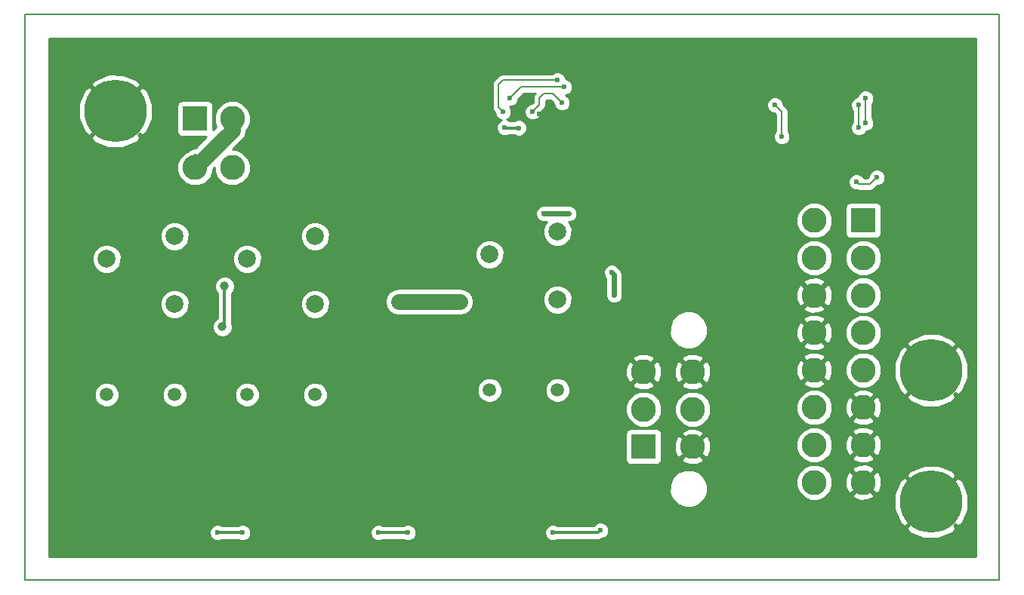
<source format=gbr>
%TF.GenerationSoftware,KiCad,Pcbnew,4.0.7-e2-6376~58~ubuntu16.04.1*%
%TF.CreationDate,2018-07-21T13:50:59-02:30*%
%TF.ProjectId,Battery_Shield,426174746572795F536869656C642E6B,rev?*%
%TF.FileFunction,Copper,L2,Bot,Signal*%
%FSLAX46Y46*%
G04 Gerber Fmt 4.6, Leading zero omitted, Abs format (unit mm)*
G04 Created by KiCad (PCBNEW 4.0.7-e2-6376~58~ubuntu16.04.1) date Sat Jul 21 13:50:59 2018*
%MOMM*%
%LPD*%
G01*
G04 APERTURE LIST*
%ADD10C,0.100000*%
%ADD11C,0.150000*%
%ADD12R,2.800000X2.800000*%
%ADD13C,2.800000*%
%ADD14C,1.520000*%
%ADD15C,2.000000*%
%ADD16C,7.000000*%
%ADD17C,0.800000*%
%ADD18C,0.600000*%
%ADD19C,1.000000*%
%ADD20C,0.350000*%
%ADD21C,1.800000*%
%ADD22C,0.600000*%
%ADD23C,0.254000*%
G04 APERTURE END LIST*
D10*
D11*
X228600000Y-66040000D02*
X119380000Y-66040000D01*
X228600000Y-129540000D02*
X228600000Y-66040000D01*
X119380000Y-129540000D02*
X228600000Y-129540000D01*
X119380000Y-66040000D02*
X119380000Y-129540000D01*
D12*
X138430000Y-77724000D03*
D13*
X142630000Y-77724000D03*
X138430000Y-83224000D03*
X142630000Y-83224000D03*
D12*
X188722000Y-114554000D03*
D13*
X188722000Y-110354000D03*
X188722000Y-106154000D03*
X194222000Y-114554000D03*
X194222000Y-110354000D03*
X194222000Y-106154000D03*
D12*
X213360000Y-89154000D03*
D13*
X213360000Y-93354000D03*
X213360000Y-97554000D03*
X213360000Y-101754000D03*
X213360000Y-105954000D03*
X213360000Y-110154000D03*
X213360000Y-114354000D03*
X213360000Y-118554000D03*
X207860000Y-89154000D03*
X207860000Y-93354000D03*
X207860000Y-97554000D03*
X207860000Y-101754000D03*
X207860000Y-105954000D03*
X207860000Y-110154000D03*
X207860000Y-114354000D03*
X207860000Y-118554000D03*
D14*
X136144000Y-108712000D03*
D15*
X136144000Y-98552000D03*
X136144000Y-90932000D03*
X128524000Y-93472000D03*
D14*
X128524000Y-108712000D03*
X151892000Y-108712000D03*
D15*
X151892000Y-98552000D03*
X151892000Y-90932000D03*
X144272000Y-93472000D03*
D14*
X144272000Y-108712000D03*
X179070000Y-108204000D03*
D15*
X179070000Y-98044000D03*
X179070000Y-90424000D03*
X171450000Y-92964000D03*
D14*
X171450000Y-108204000D03*
D16*
X220980000Y-120747690D03*
D17*
X223605000Y-120747690D03*
X222836155Y-122603845D03*
X220980000Y-123372690D03*
X219123845Y-122603845D03*
X218355000Y-120747690D03*
X219123845Y-118891535D03*
X220980000Y-118122690D03*
X222836155Y-118891535D03*
D16*
X220980000Y-105996155D03*
D17*
X223605000Y-105996155D03*
X222836155Y-107852310D03*
X220980000Y-108621155D03*
X219123845Y-107852310D03*
X218355000Y-105996155D03*
X219123845Y-104140000D03*
X220980000Y-103371155D03*
X222836155Y-104140000D03*
D16*
X129540000Y-76883845D03*
D17*
X132165000Y-76883845D03*
X131396155Y-78740000D03*
X129540000Y-79508845D03*
X127683845Y-78740000D03*
X126915000Y-76883845D03*
X127683845Y-75027690D03*
X129540000Y-74258845D03*
X131396155Y-75027690D03*
D18*
X139325000Y-112425000D03*
X207518000Y-80518000D03*
X210058000Y-76200000D03*
X183896000Y-119888000D03*
X181102000Y-114554000D03*
X181610000Y-115570000D03*
X168910000Y-110490000D03*
X154432000Y-112522000D03*
X158750000Y-116078000D03*
X153924000Y-115316000D03*
X155448000Y-122936000D03*
X139192000Y-123190000D03*
X141478000Y-116078000D03*
X136398000Y-115570000D03*
X216408000Y-77724000D03*
X193294000Y-93980000D03*
X198628000Y-94996000D03*
X198374000Y-97282000D03*
X209550000Y-80010000D03*
X220980000Y-76962000D03*
X212852000Y-74422000D03*
X177038000Y-77216000D03*
X181864000Y-79756000D03*
X172466000Y-84074000D03*
X171704000Y-82550000D03*
X154940000Y-87884000D03*
X159004000Y-81026000D03*
D19*
X155956000Y-92710000D03*
D18*
X143764000Y-124206000D03*
X140970000Y-124206000D03*
X183896000Y-123952000D03*
X178562000Y-124206000D03*
X162306000Y-124206000D03*
X159004000Y-124206000D03*
D19*
X141478000Y-101092000D03*
X141732000Y-96520000D03*
D18*
X173168000Y-78734000D03*
X174718000Y-78759000D03*
X177546000Y-88392000D03*
X180340000Y-88392000D03*
X185166000Y-94996000D03*
X185420000Y-97536000D03*
X203454000Y-76200000D03*
X204216000Y-79756000D03*
X179070000Y-73406000D03*
X172974000Y-76962000D03*
X179578000Y-75946000D03*
X176276000Y-76962000D03*
X179832000Y-74168000D03*
X173736000Y-75438000D03*
D19*
X168148000Y-98298000D03*
X161290000Y-98298000D03*
D18*
X213614000Y-78232000D03*
X213614000Y-75438000D03*
X212852000Y-76200000D03*
X212852000Y-78740000D03*
X212598000Y-84836000D03*
X214884000Y-84328000D03*
D20*
X139325000Y-112425000D02*
X139300000Y-112450000D01*
X139300000Y-112450000D02*
X139300000Y-112725000D01*
X143764000Y-124206000D02*
X140970000Y-124206000D01*
X183896000Y-123952000D02*
X183642000Y-124206000D01*
X183642000Y-124206000D02*
X178562000Y-124206000D01*
X162306000Y-124206000D02*
X159004000Y-124206000D01*
D21*
X138430000Y-83224000D02*
X142630000Y-79024000D01*
X142630000Y-79024000D02*
X142630000Y-77724000D01*
D22*
X138430000Y-83224000D02*
X138430000Y-81924000D01*
D20*
X141478000Y-101092000D02*
X141732000Y-100838000D01*
X141732000Y-100838000D02*
X141732000Y-96520000D01*
X174718000Y-78759000D02*
X173193000Y-78759000D01*
X173193000Y-78759000D02*
X173168000Y-78734000D01*
D22*
X177546000Y-88392000D02*
X180340000Y-88392000D01*
X185166000Y-94996000D02*
X185420000Y-95250000D01*
X185420000Y-95250000D02*
X185420000Y-97536000D01*
D11*
X203454000Y-76200000D02*
X204216000Y-76962000D01*
X204216000Y-76962000D02*
X204216000Y-79756000D01*
X177800000Y-73406000D02*
X179070000Y-73406000D01*
X172974000Y-76962000D02*
X172466000Y-76454000D01*
X172466000Y-76454000D02*
X172466000Y-73914000D01*
X172466000Y-73914000D02*
X172974000Y-73406000D01*
X172974000Y-73406000D02*
X177800000Y-73406000D01*
X178054000Y-74930000D02*
X178562000Y-74930000D01*
X178562000Y-74930000D02*
X179578000Y-75946000D01*
X176276000Y-76962000D02*
X177038000Y-76200000D01*
X177038000Y-76200000D02*
X177038000Y-75438000D01*
X177038000Y-75438000D02*
X177546000Y-74930000D01*
X177546000Y-74930000D02*
X178054000Y-74930000D01*
X177800000Y-74168000D02*
X179832000Y-74168000D01*
X173736000Y-75438000D02*
X175006000Y-74168000D01*
X175006000Y-74168000D02*
X177800000Y-74168000D01*
D21*
X168148000Y-98298000D02*
X161290000Y-98298000D01*
D11*
X213614000Y-78232000D02*
X213614000Y-75438000D01*
X212852000Y-76200000D02*
X212852000Y-78740000D01*
X212598000Y-84836000D02*
X212852000Y-85090000D01*
X212852000Y-85090000D02*
X214122000Y-85090000D01*
X214122000Y-85090000D02*
X214884000Y-84328000D01*
D23*
G36*
X225933000Y-126873000D02*
X122047000Y-126873000D01*
X122047000Y-124391167D01*
X140034838Y-124391167D01*
X140176883Y-124734943D01*
X140439673Y-124998192D01*
X140783201Y-125140838D01*
X141155167Y-125141162D01*
X141458083Y-125016000D01*
X143276559Y-125016000D01*
X143577201Y-125140838D01*
X143949167Y-125141162D01*
X144292943Y-124999117D01*
X144556192Y-124736327D01*
X144698838Y-124392799D01*
X144698839Y-124391167D01*
X158068838Y-124391167D01*
X158210883Y-124734943D01*
X158473673Y-124998192D01*
X158817201Y-125140838D01*
X159189167Y-125141162D01*
X159492083Y-125016000D01*
X161818559Y-125016000D01*
X162119201Y-125140838D01*
X162491167Y-125141162D01*
X162834943Y-124999117D01*
X163098192Y-124736327D01*
X163240838Y-124392799D01*
X163240839Y-124391167D01*
X177626838Y-124391167D01*
X177768883Y-124734943D01*
X178031673Y-124998192D01*
X178375201Y-125140838D01*
X178747167Y-125141162D01*
X179050083Y-125016000D01*
X183642000Y-125016000D01*
X183951974Y-124954342D01*
X184052553Y-124887137D01*
X184081167Y-124887162D01*
X184424943Y-124745117D01*
X184688192Y-124482327D01*
X184830838Y-124138799D01*
X184831162Y-123766833D01*
X184689117Y-123423057D01*
X184426327Y-123159808D01*
X184082799Y-123017162D01*
X183710833Y-123016838D01*
X183367057Y-123158883D01*
X183129526Y-123396000D01*
X179049441Y-123396000D01*
X178748799Y-123271162D01*
X178376833Y-123270838D01*
X178033057Y-123412883D01*
X177769808Y-123675673D01*
X177627162Y-124019201D01*
X177626838Y-124391167D01*
X163240839Y-124391167D01*
X163241162Y-124020833D01*
X163099117Y-123677057D01*
X162836327Y-123413808D01*
X162492799Y-123271162D01*
X162120833Y-123270838D01*
X161817917Y-123396000D01*
X159491441Y-123396000D01*
X159190799Y-123271162D01*
X158818833Y-123270838D01*
X158475057Y-123412883D01*
X158211808Y-123675673D01*
X158069162Y-124019201D01*
X158068838Y-124391167D01*
X144698839Y-124391167D01*
X144699162Y-124020833D01*
X144557117Y-123677057D01*
X144294327Y-123413808D01*
X143950799Y-123271162D01*
X143578833Y-123270838D01*
X143275917Y-123396000D01*
X141457441Y-123396000D01*
X141156799Y-123271162D01*
X140784833Y-123270838D01*
X140441057Y-123412883D01*
X140177808Y-123675673D01*
X140035162Y-124019201D01*
X140034838Y-124391167D01*
X122047000Y-124391167D01*
X122047000Y-121532356D01*
X216837654Y-121532356D01*
X217453250Y-123057835D01*
X217496076Y-123121928D01*
X218022688Y-123525397D01*
X218302265Y-123245820D01*
X218481713Y-123425582D01*
X218202293Y-123705002D01*
X218605762Y-124231614D01*
X220119730Y-124874997D01*
X221764666Y-124890036D01*
X223290145Y-124274440D01*
X223354238Y-124231614D01*
X223757707Y-123705002D01*
X223478130Y-123425425D01*
X223657892Y-123245977D01*
X223937312Y-123525397D01*
X224463924Y-123121928D01*
X225107307Y-121607960D01*
X225122346Y-119963024D01*
X224506750Y-118437545D01*
X224463924Y-118373452D01*
X223937312Y-117969983D01*
X223657735Y-118249560D01*
X223478287Y-118069798D01*
X223757707Y-117790378D01*
X223354238Y-117263766D01*
X221840270Y-116620383D01*
X220195334Y-116605344D01*
X218669855Y-117220940D01*
X218605762Y-117263766D01*
X218202293Y-117790378D01*
X218481870Y-118069955D01*
X218302108Y-118249403D01*
X218022688Y-117969983D01*
X217496076Y-118373452D01*
X216852693Y-119887420D01*
X216837654Y-121532356D01*
X122047000Y-121532356D01*
X122047000Y-119676815D01*
X191626630Y-119676815D01*
X191950980Y-120461800D01*
X192551041Y-121062909D01*
X193335459Y-121388628D01*
X194184815Y-121389370D01*
X194969800Y-121065020D01*
X195570909Y-120464959D01*
X195896628Y-119680541D01*
X195897260Y-118957011D01*
X205824648Y-118957011D01*
X206133805Y-119705229D01*
X206705760Y-120278183D01*
X207453438Y-120588646D01*
X208263011Y-120589352D01*
X209011229Y-120280195D01*
X209296196Y-119995724D01*
X212097882Y-119995724D01*
X212245455Y-120304106D01*
X213000031Y-120597405D01*
X213809409Y-120579614D01*
X214474545Y-120304106D01*
X214622118Y-119995724D01*
X213360000Y-118733605D01*
X212097882Y-119995724D01*
X209296196Y-119995724D01*
X209584183Y-119708240D01*
X209894646Y-118960562D01*
X209895314Y-118194031D01*
X211316595Y-118194031D01*
X211334386Y-119003409D01*
X211609894Y-119668545D01*
X211918276Y-119816118D01*
X213180395Y-118554000D01*
X213539605Y-118554000D01*
X214801724Y-119816118D01*
X215110106Y-119668545D01*
X215403405Y-118913969D01*
X215385614Y-118104591D01*
X215110106Y-117439455D01*
X214801724Y-117291882D01*
X213539605Y-118554000D01*
X213180395Y-118554000D01*
X211918276Y-117291882D01*
X211609894Y-117439455D01*
X211316595Y-118194031D01*
X209895314Y-118194031D01*
X209895352Y-118150989D01*
X209586195Y-117402771D01*
X209296207Y-117112276D01*
X212097882Y-117112276D01*
X213360000Y-118374395D01*
X214622118Y-117112276D01*
X214474545Y-116803894D01*
X213719969Y-116510595D01*
X212910591Y-116528386D01*
X212245455Y-116803894D01*
X212097882Y-117112276D01*
X209296207Y-117112276D01*
X209014240Y-116829817D01*
X208266562Y-116519354D01*
X207456989Y-116518648D01*
X206708771Y-116827805D01*
X206135817Y-117399760D01*
X205825354Y-118147438D01*
X205824648Y-118957011D01*
X195897260Y-118957011D01*
X195897370Y-118831185D01*
X195573020Y-118046200D01*
X194972959Y-117445091D01*
X194188541Y-117119372D01*
X193339185Y-117118630D01*
X192554200Y-117442980D01*
X191953091Y-118043041D01*
X191627372Y-118827459D01*
X191626630Y-119676815D01*
X122047000Y-119676815D01*
X122047000Y-113154000D01*
X186674560Y-113154000D01*
X186674560Y-115954000D01*
X186718838Y-116189317D01*
X186857910Y-116405441D01*
X187070110Y-116550431D01*
X187322000Y-116601440D01*
X190122000Y-116601440D01*
X190357317Y-116557162D01*
X190573441Y-116418090D01*
X190718431Y-116205890D01*
X190760990Y-115995724D01*
X192959882Y-115995724D01*
X193107455Y-116304106D01*
X193862031Y-116597405D01*
X194671409Y-116579614D01*
X195336545Y-116304106D01*
X195484118Y-115995724D01*
X194222000Y-114733605D01*
X192959882Y-115995724D01*
X190760990Y-115995724D01*
X190769440Y-115954000D01*
X190769440Y-114194031D01*
X192178595Y-114194031D01*
X192196386Y-115003409D01*
X192471894Y-115668545D01*
X192780276Y-115816118D01*
X194042395Y-114554000D01*
X194401605Y-114554000D01*
X195663724Y-115816118D01*
X195972106Y-115668545D01*
X196265405Y-114913969D01*
X196261955Y-114757011D01*
X205824648Y-114757011D01*
X206133805Y-115505229D01*
X206705760Y-116078183D01*
X207453438Y-116388646D01*
X208263011Y-116389352D01*
X209011229Y-116080195D01*
X209296196Y-115795724D01*
X212097882Y-115795724D01*
X212245455Y-116104106D01*
X213000031Y-116397405D01*
X213809409Y-116379614D01*
X214474545Y-116104106D01*
X214622118Y-115795724D01*
X213360000Y-114533605D01*
X212097882Y-115795724D01*
X209296196Y-115795724D01*
X209584183Y-115508240D01*
X209894646Y-114760562D01*
X209895314Y-113994031D01*
X211316595Y-113994031D01*
X211334386Y-114803409D01*
X211609894Y-115468545D01*
X211918276Y-115616118D01*
X213180395Y-114354000D01*
X213539605Y-114354000D01*
X214801724Y-115616118D01*
X215110106Y-115468545D01*
X215403405Y-114713969D01*
X215385614Y-113904591D01*
X215110106Y-113239455D01*
X214801724Y-113091882D01*
X213539605Y-114354000D01*
X213180395Y-114354000D01*
X211918276Y-113091882D01*
X211609894Y-113239455D01*
X211316595Y-113994031D01*
X209895314Y-113994031D01*
X209895352Y-113950989D01*
X209586195Y-113202771D01*
X209296207Y-112912276D01*
X212097882Y-112912276D01*
X213360000Y-114174395D01*
X214622118Y-112912276D01*
X214474545Y-112603894D01*
X213719969Y-112310595D01*
X212910591Y-112328386D01*
X212245455Y-112603894D01*
X212097882Y-112912276D01*
X209296207Y-112912276D01*
X209014240Y-112629817D01*
X208266562Y-112319354D01*
X207456989Y-112318648D01*
X206708771Y-112627805D01*
X206135817Y-113199760D01*
X205825354Y-113947438D01*
X205824648Y-114757011D01*
X196261955Y-114757011D01*
X196247614Y-114104591D01*
X195972106Y-113439455D01*
X195663724Y-113291882D01*
X194401605Y-114554000D01*
X194042395Y-114554000D01*
X192780276Y-113291882D01*
X192471894Y-113439455D01*
X192178595Y-114194031D01*
X190769440Y-114194031D01*
X190769440Y-113154000D01*
X190761590Y-113112276D01*
X192959882Y-113112276D01*
X194222000Y-114374395D01*
X195484118Y-113112276D01*
X195336545Y-112803894D01*
X194581969Y-112510595D01*
X193772591Y-112528386D01*
X193107455Y-112803894D01*
X192959882Y-113112276D01*
X190761590Y-113112276D01*
X190725162Y-112918683D01*
X190586090Y-112702559D01*
X190373890Y-112557569D01*
X190122000Y-112506560D01*
X187322000Y-112506560D01*
X187086683Y-112550838D01*
X186870559Y-112689910D01*
X186725569Y-112902110D01*
X186674560Y-113154000D01*
X122047000Y-113154000D01*
X122047000Y-110757011D01*
X186686648Y-110757011D01*
X186995805Y-111505229D01*
X187567760Y-112078183D01*
X188315438Y-112388646D01*
X189125011Y-112389352D01*
X189873229Y-112080195D01*
X190446183Y-111508240D01*
X190756646Y-110760562D01*
X190756649Y-110757011D01*
X192186648Y-110757011D01*
X192495805Y-111505229D01*
X193067760Y-112078183D01*
X193815438Y-112388646D01*
X194625011Y-112389352D01*
X195373229Y-112080195D01*
X195946183Y-111508240D01*
X196256646Y-110760562D01*
X196256823Y-110557011D01*
X205824648Y-110557011D01*
X206133805Y-111305229D01*
X206705760Y-111878183D01*
X207453438Y-112188646D01*
X208263011Y-112189352D01*
X209011229Y-111880195D01*
X209296196Y-111595724D01*
X212097882Y-111595724D01*
X212245455Y-111904106D01*
X213000031Y-112197405D01*
X213809409Y-112179614D01*
X214474545Y-111904106D01*
X214622118Y-111595724D01*
X213360000Y-110333605D01*
X212097882Y-111595724D01*
X209296196Y-111595724D01*
X209584183Y-111308240D01*
X209894646Y-110560562D01*
X209895314Y-109794031D01*
X211316595Y-109794031D01*
X211334386Y-110603409D01*
X211609894Y-111268545D01*
X211918276Y-111416118D01*
X213180395Y-110154000D01*
X213539605Y-110154000D01*
X214801724Y-111416118D01*
X215110106Y-111268545D01*
X215403405Y-110513969D01*
X215385614Y-109704591D01*
X215110106Y-109039455D01*
X214801724Y-108891882D01*
X213539605Y-110154000D01*
X213180395Y-110154000D01*
X211918276Y-108891882D01*
X211609894Y-109039455D01*
X211316595Y-109794031D01*
X209895314Y-109794031D01*
X209895352Y-109750989D01*
X209586195Y-109002771D01*
X209296207Y-108712276D01*
X212097882Y-108712276D01*
X213360000Y-109974395D01*
X214622118Y-108712276D01*
X214474545Y-108403894D01*
X213719969Y-108110595D01*
X212910591Y-108128386D01*
X212245455Y-108403894D01*
X212097882Y-108712276D01*
X209296207Y-108712276D01*
X209014240Y-108429817D01*
X208266562Y-108119354D01*
X207456989Y-108118648D01*
X206708771Y-108427805D01*
X206135817Y-108999760D01*
X205825354Y-109747438D01*
X205824648Y-110557011D01*
X196256823Y-110557011D01*
X196257352Y-109950989D01*
X195948195Y-109202771D01*
X195376240Y-108629817D01*
X194628562Y-108319354D01*
X193818989Y-108318648D01*
X193070771Y-108627805D01*
X192497817Y-109199760D01*
X192187354Y-109947438D01*
X192186648Y-110757011D01*
X190756649Y-110757011D01*
X190757352Y-109950989D01*
X190448195Y-109202771D01*
X189876240Y-108629817D01*
X189128562Y-108319354D01*
X188318989Y-108318648D01*
X187570771Y-108627805D01*
X186997817Y-109199760D01*
X186687354Y-109947438D01*
X186686648Y-110757011D01*
X122047000Y-110757011D01*
X122047000Y-108988265D01*
X127128758Y-108988265D01*
X127340687Y-109501172D01*
X127732764Y-109893934D01*
X128245300Y-110106758D01*
X128800265Y-110107242D01*
X129313172Y-109895313D01*
X129705934Y-109503236D01*
X129918758Y-108990700D01*
X129918760Y-108988265D01*
X134748758Y-108988265D01*
X134960687Y-109501172D01*
X135352764Y-109893934D01*
X135865300Y-110106758D01*
X136420265Y-110107242D01*
X136933172Y-109895313D01*
X137325934Y-109503236D01*
X137538758Y-108990700D01*
X137538760Y-108988265D01*
X142876758Y-108988265D01*
X143088687Y-109501172D01*
X143480764Y-109893934D01*
X143993300Y-110106758D01*
X144548265Y-110107242D01*
X145061172Y-109895313D01*
X145453934Y-109503236D01*
X145666758Y-108990700D01*
X145666760Y-108988265D01*
X150496758Y-108988265D01*
X150708687Y-109501172D01*
X151100764Y-109893934D01*
X151613300Y-110106758D01*
X152168265Y-110107242D01*
X152681172Y-109895313D01*
X153073934Y-109503236D01*
X153286758Y-108990700D01*
X153287203Y-108480265D01*
X170054758Y-108480265D01*
X170266687Y-108993172D01*
X170658764Y-109385934D01*
X171171300Y-109598758D01*
X171726265Y-109599242D01*
X172239172Y-109387313D01*
X172631934Y-108995236D01*
X172844758Y-108482700D01*
X172844760Y-108480265D01*
X177674758Y-108480265D01*
X177886687Y-108993172D01*
X178278764Y-109385934D01*
X178791300Y-109598758D01*
X179346265Y-109599242D01*
X179859172Y-109387313D01*
X180251934Y-108995236D01*
X180464758Y-108482700D01*
X180465242Y-107927735D01*
X180328058Y-107595724D01*
X187459882Y-107595724D01*
X187607455Y-107904106D01*
X188362031Y-108197405D01*
X189171409Y-108179614D01*
X189836545Y-107904106D01*
X189984118Y-107595724D01*
X192959882Y-107595724D01*
X193107455Y-107904106D01*
X193862031Y-108197405D01*
X194671409Y-108179614D01*
X195336545Y-107904106D01*
X195484118Y-107595724D01*
X194222000Y-106333605D01*
X192959882Y-107595724D01*
X189984118Y-107595724D01*
X188722000Y-106333605D01*
X187459882Y-107595724D01*
X180328058Y-107595724D01*
X180253313Y-107414828D01*
X179861236Y-107022066D01*
X179348700Y-106809242D01*
X178793735Y-106808758D01*
X178280828Y-107020687D01*
X177888066Y-107412764D01*
X177675242Y-107925300D01*
X177674758Y-108480265D01*
X172844760Y-108480265D01*
X172845242Y-107927735D01*
X172633313Y-107414828D01*
X172241236Y-107022066D01*
X171728700Y-106809242D01*
X171173735Y-106808758D01*
X170660828Y-107020687D01*
X170268066Y-107412764D01*
X170055242Y-107925300D01*
X170054758Y-108480265D01*
X153287203Y-108480265D01*
X153287242Y-108435735D01*
X153075313Y-107922828D01*
X152683236Y-107530066D01*
X152170700Y-107317242D01*
X151615735Y-107316758D01*
X151102828Y-107528687D01*
X150710066Y-107920764D01*
X150497242Y-108433300D01*
X150496758Y-108988265D01*
X145666760Y-108988265D01*
X145667242Y-108435735D01*
X145455313Y-107922828D01*
X145063236Y-107530066D01*
X144550700Y-107317242D01*
X143995735Y-107316758D01*
X143482828Y-107528687D01*
X143090066Y-107920764D01*
X142877242Y-108433300D01*
X142876758Y-108988265D01*
X137538760Y-108988265D01*
X137539242Y-108435735D01*
X137327313Y-107922828D01*
X136935236Y-107530066D01*
X136422700Y-107317242D01*
X135867735Y-107316758D01*
X135354828Y-107528687D01*
X134962066Y-107920764D01*
X134749242Y-108433300D01*
X134748758Y-108988265D01*
X129918760Y-108988265D01*
X129919242Y-108435735D01*
X129707313Y-107922828D01*
X129315236Y-107530066D01*
X128802700Y-107317242D01*
X128247735Y-107316758D01*
X127734828Y-107528687D01*
X127342066Y-107920764D01*
X127129242Y-108433300D01*
X127128758Y-108988265D01*
X122047000Y-108988265D01*
X122047000Y-105794031D01*
X186678595Y-105794031D01*
X186696386Y-106603409D01*
X186971894Y-107268545D01*
X187280276Y-107416118D01*
X188542395Y-106154000D01*
X188901605Y-106154000D01*
X190163724Y-107416118D01*
X190472106Y-107268545D01*
X190765405Y-106513969D01*
X190749580Y-105794031D01*
X192178595Y-105794031D01*
X192196386Y-106603409D01*
X192471894Y-107268545D01*
X192780276Y-107416118D01*
X194042395Y-106154000D01*
X194401605Y-106154000D01*
X195663724Y-107416118D01*
X195706341Y-107395724D01*
X206597882Y-107395724D01*
X206745455Y-107704106D01*
X207500031Y-107997405D01*
X208309409Y-107979614D01*
X208974545Y-107704106D01*
X209122118Y-107395724D01*
X207860000Y-106133605D01*
X206597882Y-107395724D01*
X195706341Y-107395724D01*
X195972106Y-107268545D01*
X196265405Y-106513969D01*
X196247614Y-105704591D01*
X196201819Y-105594031D01*
X205816595Y-105594031D01*
X205834386Y-106403409D01*
X206109894Y-107068545D01*
X206418276Y-107216118D01*
X207680395Y-105954000D01*
X208039605Y-105954000D01*
X209301724Y-107216118D01*
X209610106Y-107068545D01*
X209886674Y-106357011D01*
X211324648Y-106357011D01*
X211633805Y-107105229D01*
X212205760Y-107678183D01*
X212953438Y-107988646D01*
X213763011Y-107989352D01*
X214511229Y-107680195D01*
X215084183Y-107108240D01*
X215220139Y-106780821D01*
X216837654Y-106780821D01*
X217453250Y-108306300D01*
X217496076Y-108370393D01*
X218022688Y-108773862D01*
X218302265Y-108494285D01*
X218481713Y-108674047D01*
X218202293Y-108953467D01*
X218605762Y-109480079D01*
X220119730Y-110123462D01*
X221764666Y-110138501D01*
X223290145Y-109522905D01*
X223354238Y-109480079D01*
X223757707Y-108953467D01*
X223478130Y-108673890D01*
X223657892Y-108494442D01*
X223937312Y-108773862D01*
X224463924Y-108370393D01*
X225107307Y-106856425D01*
X225122346Y-105211489D01*
X224506750Y-103686010D01*
X224463924Y-103621917D01*
X223937312Y-103218448D01*
X223657735Y-103498025D01*
X223478287Y-103318263D01*
X223757707Y-103038843D01*
X223354238Y-102512231D01*
X221840270Y-101868848D01*
X220195334Y-101853809D01*
X218669855Y-102469405D01*
X218605762Y-102512231D01*
X218202293Y-103038843D01*
X218481870Y-103318420D01*
X218302108Y-103497868D01*
X218022688Y-103218448D01*
X217496076Y-103621917D01*
X216852693Y-105135885D01*
X216837654Y-106780821D01*
X215220139Y-106780821D01*
X215394646Y-106360562D01*
X215395352Y-105550989D01*
X215086195Y-104802771D01*
X214514240Y-104229817D01*
X213766562Y-103919354D01*
X212956989Y-103918648D01*
X212208771Y-104227805D01*
X211635817Y-104799760D01*
X211325354Y-105547438D01*
X211324648Y-106357011D01*
X209886674Y-106357011D01*
X209903405Y-106313969D01*
X209885614Y-105504591D01*
X209610106Y-104839455D01*
X209301724Y-104691882D01*
X208039605Y-105954000D01*
X207680395Y-105954000D01*
X206418276Y-104691882D01*
X206109894Y-104839455D01*
X205816595Y-105594031D01*
X196201819Y-105594031D01*
X195972106Y-105039455D01*
X195663724Y-104891882D01*
X194401605Y-106154000D01*
X194042395Y-106154000D01*
X192780276Y-104891882D01*
X192471894Y-105039455D01*
X192178595Y-105794031D01*
X190749580Y-105794031D01*
X190747614Y-105704591D01*
X190472106Y-105039455D01*
X190163724Y-104891882D01*
X188901605Y-106154000D01*
X188542395Y-106154000D01*
X187280276Y-104891882D01*
X186971894Y-105039455D01*
X186678595Y-105794031D01*
X122047000Y-105794031D01*
X122047000Y-104712276D01*
X187459882Y-104712276D01*
X188722000Y-105974395D01*
X189984118Y-104712276D01*
X192959882Y-104712276D01*
X194222000Y-105974395D01*
X195484118Y-104712276D01*
X195388411Y-104512276D01*
X206597882Y-104512276D01*
X207860000Y-105774395D01*
X209122118Y-104512276D01*
X208974545Y-104203894D01*
X208219969Y-103910595D01*
X207410591Y-103928386D01*
X206745455Y-104203894D01*
X206597882Y-104512276D01*
X195388411Y-104512276D01*
X195336545Y-104403894D01*
X194581969Y-104110595D01*
X193772591Y-104128386D01*
X193107455Y-104403894D01*
X192959882Y-104712276D01*
X189984118Y-104712276D01*
X189836545Y-104403894D01*
X189081969Y-104110595D01*
X188272591Y-104128386D01*
X187607455Y-104403894D01*
X187459882Y-104712276D01*
X122047000Y-104712276D01*
X122047000Y-101316775D01*
X140342803Y-101316775D01*
X140515233Y-101734086D01*
X140834235Y-102053645D01*
X141251244Y-102226803D01*
X141702775Y-102227197D01*
X142120086Y-102054767D01*
X142298348Y-101876815D01*
X191626630Y-101876815D01*
X191950980Y-102661800D01*
X192551041Y-103262909D01*
X193335459Y-103588628D01*
X194184815Y-103589370D01*
X194969800Y-103265020D01*
X195039217Y-103195724D01*
X206597882Y-103195724D01*
X206745455Y-103504106D01*
X207500031Y-103797405D01*
X208309409Y-103779614D01*
X208974545Y-103504106D01*
X209122118Y-103195724D01*
X207860000Y-101933605D01*
X206597882Y-103195724D01*
X195039217Y-103195724D01*
X195570909Y-102664959D01*
X195896628Y-101880541D01*
X195897053Y-101394031D01*
X205816595Y-101394031D01*
X205834386Y-102203409D01*
X206109894Y-102868545D01*
X206418276Y-103016118D01*
X207680395Y-101754000D01*
X208039605Y-101754000D01*
X209301724Y-103016118D01*
X209610106Y-102868545D01*
X209886674Y-102157011D01*
X211324648Y-102157011D01*
X211633805Y-102905229D01*
X212205760Y-103478183D01*
X212953438Y-103788646D01*
X213763011Y-103789352D01*
X214511229Y-103480195D01*
X215084183Y-102908240D01*
X215394646Y-102160562D01*
X215395352Y-101350989D01*
X215086195Y-100602771D01*
X214514240Y-100029817D01*
X213766562Y-99719354D01*
X212956989Y-99718648D01*
X212208771Y-100027805D01*
X211635817Y-100599760D01*
X211325354Y-101347438D01*
X211324648Y-102157011D01*
X209886674Y-102157011D01*
X209903405Y-102113969D01*
X209885614Y-101304591D01*
X209610106Y-100639455D01*
X209301724Y-100491882D01*
X208039605Y-101754000D01*
X207680395Y-101754000D01*
X206418276Y-100491882D01*
X206109894Y-100639455D01*
X205816595Y-101394031D01*
X195897053Y-101394031D01*
X195897370Y-101031185D01*
X195600323Y-100312276D01*
X206597882Y-100312276D01*
X207860000Y-101574395D01*
X209122118Y-100312276D01*
X208974545Y-100003894D01*
X208219969Y-99710595D01*
X207410591Y-99728386D01*
X206745455Y-100003894D01*
X206597882Y-100312276D01*
X195600323Y-100312276D01*
X195573020Y-100246200D01*
X194972959Y-99645091D01*
X194188541Y-99319372D01*
X193339185Y-99318630D01*
X192554200Y-99642980D01*
X191953091Y-100243041D01*
X191627372Y-101027459D01*
X191626630Y-101876815D01*
X142298348Y-101876815D01*
X142439645Y-101735765D01*
X142612803Y-101318756D01*
X142613197Y-100867225D01*
X142542000Y-100694916D01*
X142542000Y-98875795D01*
X150256716Y-98875795D01*
X150505106Y-99476943D01*
X150964637Y-99937278D01*
X151565352Y-100186716D01*
X152215795Y-100187284D01*
X152816943Y-99938894D01*
X153277278Y-99479363D01*
X153526716Y-98878648D01*
X153527223Y-98298000D01*
X159755000Y-98298000D01*
X159871845Y-98885419D01*
X160204591Y-99383409D01*
X160702581Y-99716155D01*
X161290000Y-99833000D01*
X168148000Y-99833000D01*
X168735419Y-99716155D01*
X169233409Y-99383409D01*
X169566155Y-98885419D01*
X169669116Y-98367795D01*
X177434716Y-98367795D01*
X177683106Y-98968943D01*
X178142637Y-99429278D01*
X178743352Y-99678716D01*
X179393795Y-99679284D01*
X179994943Y-99430894D01*
X180430874Y-98995724D01*
X206597882Y-98995724D01*
X206745455Y-99304106D01*
X207500031Y-99597405D01*
X208309409Y-99579614D01*
X208974545Y-99304106D01*
X209122118Y-98995724D01*
X207860000Y-97733605D01*
X206597882Y-98995724D01*
X180430874Y-98995724D01*
X180455278Y-98971363D01*
X180704716Y-98370648D01*
X180705284Y-97720205D01*
X180456894Y-97119057D01*
X179997363Y-96658722D01*
X179396648Y-96409284D01*
X178746205Y-96408716D01*
X178145057Y-96657106D01*
X177684722Y-97116637D01*
X177435284Y-97717352D01*
X177434716Y-98367795D01*
X169669116Y-98367795D01*
X169683000Y-98298000D01*
X169566155Y-97710581D01*
X169233409Y-97212591D01*
X168735419Y-96879845D01*
X168148000Y-96763000D01*
X161290000Y-96763000D01*
X160702581Y-96879845D01*
X160204591Y-97212591D01*
X159871845Y-97710581D01*
X159755000Y-98298000D01*
X153527223Y-98298000D01*
X153527284Y-98228205D01*
X153278894Y-97627057D01*
X152819363Y-97166722D01*
X152218648Y-96917284D01*
X151568205Y-96916716D01*
X150967057Y-97165106D01*
X150506722Y-97624637D01*
X150257284Y-98225352D01*
X150256716Y-98875795D01*
X142542000Y-98875795D01*
X142542000Y-97315146D01*
X142693645Y-97163765D01*
X142866803Y-96746756D01*
X142867197Y-96295225D01*
X142694767Y-95877914D01*
X142375765Y-95558355D01*
X141958756Y-95385197D01*
X141507225Y-95384803D01*
X141089914Y-95557233D01*
X140770355Y-95876235D01*
X140597197Y-96293244D01*
X140596803Y-96744775D01*
X140769233Y-97162086D01*
X140922000Y-97315120D01*
X140922000Y-100093663D01*
X140835914Y-100129233D01*
X140516355Y-100448235D01*
X140343197Y-100865244D01*
X140342803Y-101316775D01*
X122047000Y-101316775D01*
X122047000Y-98875795D01*
X134508716Y-98875795D01*
X134757106Y-99476943D01*
X135216637Y-99937278D01*
X135817352Y-100186716D01*
X136467795Y-100187284D01*
X137068943Y-99938894D01*
X137529278Y-99479363D01*
X137778716Y-98878648D01*
X137779284Y-98228205D01*
X137530894Y-97627057D01*
X137071363Y-97166722D01*
X136470648Y-96917284D01*
X135820205Y-96916716D01*
X135219057Y-97165106D01*
X134758722Y-97624637D01*
X134509284Y-98225352D01*
X134508716Y-98875795D01*
X122047000Y-98875795D01*
X122047000Y-95181167D01*
X184230838Y-95181167D01*
X184372883Y-95524943D01*
X184485000Y-95637256D01*
X184485000Y-97535184D01*
X184484838Y-97721167D01*
X184626883Y-98064943D01*
X184889673Y-98328192D01*
X185233201Y-98470838D01*
X185605167Y-98471162D01*
X185948943Y-98329117D01*
X186212192Y-98066327D01*
X186354838Y-97722799D01*
X186355162Y-97350833D01*
X186355000Y-97350441D01*
X186355000Y-97194031D01*
X205816595Y-97194031D01*
X205834386Y-98003409D01*
X206109894Y-98668545D01*
X206418276Y-98816118D01*
X207680395Y-97554000D01*
X208039605Y-97554000D01*
X209301724Y-98816118D01*
X209610106Y-98668545D01*
X209886674Y-97957011D01*
X211324648Y-97957011D01*
X211633805Y-98705229D01*
X212205760Y-99278183D01*
X212953438Y-99588646D01*
X213763011Y-99589352D01*
X214511229Y-99280195D01*
X215084183Y-98708240D01*
X215394646Y-97960562D01*
X215395352Y-97150989D01*
X215086195Y-96402771D01*
X214514240Y-95829817D01*
X213766562Y-95519354D01*
X212956989Y-95518648D01*
X212208771Y-95827805D01*
X211635817Y-96399760D01*
X211325354Y-97147438D01*
X211324648Y-97957011D01*
X209886674Y-97957011D01*
X209903405Y-97913969D01*
X209885614Y-97104591D01*
X209610106Y-96439455D01*
X209301724Y-96291882D01*
X208039605Y-97554000D01*
X207680395Y-97554000D01*
X206418276Y-96291882D01*
X206109894Y-96439455D01*
X205816595Y-97194031D01*
X186355000Y-97194031D01*
X186355000Y-96112276D01*
X206597882Y-96112276D01*
X207860000Y-97374395D01*
X209122118Y-96112276D01*
X208974545Y-95803894D01*
X208219969Y-95510595D01*
X207410591Y-95528386D01*
X206745455Y-95803894D01*
X206597882Y-96112276D01*
X186355000Y-96112276D01*
X186355000Y-95250000D01*
X186283827Y-94892191D01*
X186081145Y-94588855D01*
X185827436Y-94335146D01*
X185696327Y-94203808D01*
X185352799Y-94061162D01*
X184980833Y-94060838D01*
X184637057Y-94202883D01*
X184373808Y-94465673D01*
X184231162Y-94809201D01*
X184230838Y-95181167D01*
X122047000Y-95181167D01*
X122047000Y-93795795D01*
X126888716Y-93795795D01*
X127137106Y-94396943D01*
X127596637Y-94857278D01*
X128197352Y-95106716D01*
X128847795Y-95107284D01*
X129448943Y-94858894D01*
X129909278Y-94399363D01*
X130158716Y-93798648D01*
X130158718Y-93795795D01*
X142636716Y-93795795D01*
X142885106Y-94396943D01*
X143344637Y-94857278D01*
X143945352Y-95106716D01*
X144595795Y-95107284D01*
X145196943Y-94858894D01*
X145657278Y-94399363D01*
X145906716Y-93798648D01*
X145907162Y-93287795D01*
X169814716Y-93287795D01*
X170063106Y-93888943D01*
X170522637Y-94349278D01*
X171123352Y-94598716D01*
X171773795Y-94599284D01*
X172374943Y-94350894D01*
X172835278Y-93891363D01*
X172891065Y-93757011D01*
X205824648Y-93757011D01*
X206133805Y-94505229D01*
X206705760Y-95078183D01*
X207453438Y-95388646D01*
X208263011Y-95389352D01*
X209011229Y-95080195D01*
X209584183Y-94508240D01*
X209894646Y-93760562D01*
X209894649Y-93757011D01*
X211324648Y-93757011D01*
X211633805Y-94505229D01*
X212205760Y-95078183D01*
X212953438Y-95388646D01*
X213763011Y-95389352D01*
X214511229Y-95080195D01*
X215084183Y-94508240D01*
X215394646Y-93760562D01*
X215395352Y-92950989D01*
X215086195Y-92202771D01*
X214514240Y-91629817D01*
X213766562Y-91319354D01*
X212956989Y-91318648D01*
X212208771Y-91627805D01*
X211635817Y-92199760D01*
X211325354Y-92947438D01*
X211324648Y-93757011D01*
X209894649Y-93757011D01*
X209895352Y-92950989D01*
X209586195Y-92202771D01*
X209014240Y-91629817D01*
X208266562Y-91319354D01*
X207456989Y-91318648D01*
X206708771Y-91627805D01*
X206135817Y-92199760D01*
X205825354Y-92947438D01*
X205824648Y-93757011D01*
X172891065Y-93757011D01*
X173084716Y-93290648D01*
X173085284Y-92640205D01*
X172836894Y-92039057D01*
X172377363Y-91578722D01*
X171776648Y-91329284D01*
X171126205Y-91328716D01*
X170525057Y-91577106D01*
X170064722Y-92036637D01*
X169815284Y-92637352D01*
X169814716Y-93287795D01*
X145907162Y-93287795D01*
X145907284Y-93148205D01*
X145658894Y-92547057D01*
X145199363Y-92086722D01*
X144598648Y-91837284D01*
X143948205Y-91836716D01*
X143347057Y-92085106D01*
X142886722Y-92544637D01*
X142637284Y-93145352D01*
X142636716Y-93795795D01*
X130158718Y-93795795D01*
X130159284Y-93148205D01*
X129910894Y-92547057D01*
X129451363Y-92086722D01*
X128850648Y-91837284D01*
X128200205Y-91836716D01*
X127599057Y-92085106D01*
X127138722Y-92544637D01*
X126889284Y-93145352D01*
X126888716Y-93795795D01*
X122047000Y-93795795D01*
X122047000Y-91255795D01*
X134508716Y-91255795D01*
X134757106Y-91856943D01*
X135216637Y-92317278D01*
X135817352Y-92566716D01*
X136467795Y-92567284D01*
X137068943Y-92318894D01*
X137529278Y-91859363D01*
X137778716Y-91258648D01*
X137778718Y-91255795D01*
X150256716Y-91255795D01*
X150505106Y-91856943D01*
X150964637Y-92317278D01*
X151565352Y-92566716D01*
X152215795Y-92567284D01*
X152816943Y-92318894D01*
X153277278Y-91859363D01*
X153526716Y-91258648D01*
X153527284Y-90608205D01*
X153278894Y-90007057D01*
X152819363Y-89546722D01*
X152218648Y-89297284D01*
X151568205Y-89296716D01*
X150967057Y-89545106D01*
X150506722Y-90004637D01*
X150257284Y-90605352D01*
X150256716Y-91255795D01*
X137778718Y-91255795D01*
X137779284Y-90608205D01*
X137530894Y-90007057D01*
X137071363Y-89546722D01*
X136470648Y-89297284D01*
X135820205Y-89296716D01*
X135219057Y-89545106D01*
X134758722Y-90004637D01*
X134509284Y-90605352D01*
X134508716Y-91255795D01*
X122047000Y-91255795D01*
X122047000Y-88577167D01*
X176610838Y-88577167D01*
X176752883Y-88920943D01*
X177015673Y-89184192D01*
X177359201Y-89326838D01*
X177731167Y-89327162D01*
X177731559Y-89327000D01*
X177854656Y-89327000D01*
X177684722Y-89496637D01*
X177435284Y-90097352D01*
X177434716Y-90747795D01*
X177683106Y-91348943D01*
X178142637Y-91809278D01*
X178743352Y-92058716D01*
X179393795Y-92059284D01*
X179994943Y-91810894D01*
X180455278Y-91351363D01*
X180704716Y-90750648D01*
X180705284Y-90100205D01*
X180480841Y-89557011D01*
X205824648Y-89557011D01*
X206133805Y-90305229D01*
X206705760Y-90878183D01*
X207453438Y-91188646D01*
X208263011Y-91189352D01*
X209011229Y-90880195D01*
X209584183Y-90308240D01*
X209894646Y-89560562D01*
X209895352Y-88750989D01*
X209586195Y-88002771D01*
X209337858Y-87754000D01*
X211312560Y-87754000D01*
X211312560Y-90554000D01*
X211356838Y-90789317D01*
X211495910Y-91005441D01*
X211708110Y-91150431D01*
X211960000Y-91201440D01*
X214760000Y-91201440D01*
X214995317Y-91157162D01*
X215211441Y-91018090D01*
X215356431Y-90805890D01*
X215407440Y-90554000D01*
X215407440Y-87754000D01*
X215363162Y-87518683D01*
X215224090Y-87302559D01*
X215011890Y-87157569D01*
X214760000Y-87106560D01*
X211960000Y-87106560D01*
X211724683Y-87150838D01*
X211508559Y-87289910D01*
X211363569Y-87502110D01*
X211312560Y-87754000D01*
X209337858Y-87754000D01*
X209014240Y-87429817D01*
X208266562Y-87119354D01*
X207456989Y-87118648D01*
X206708771Y-87427805D01*
X206135817Y-87999760D01*
X205825354Y-88747438D01*
X205824648Y-89557011D01*
X180480841Y-89557011D01*
X180456894Y-89499057D01*
X180285138Y-89327000D01*
X180339184Y-89327000D01*
X180525167Y-89327162D01*
X180868943Y-89185117D01*
X181132192Y-88922327D01*
X181274838Y-88578799D01*
X181275162Y-88206833D01*
X181133117Y-87863057D01*
X180870327Y-87599808D01*
X180526799Y-87457162D01*
X180154833Y-87456838D01*
X180154441Y-87457000D01*
X177546816Y-87457000D01*
X177360833Y-87456838D01*
X177017057Y-87598883D01*
X176753808Y-87861673D01*
X176611162Y-88205201D01*
X176610838Y-88577167D01*
X122047000Y-88577167D01*
X122047000Y-77668511D01*
X125397654Y-77668511D01*
X126013250Y-79193990D01*
X126056076Y-79258083D01*
X126582688Y-79661552D01*
X126862265Y-79381975D01*
X127041713Y-79561737D01*
X126762293Y-79841157D01*
X127165762Y-80367769D01*
X128679730Y-81011152D01*
X130324666Y-81026191D01*
X131850145Y-80410595D01*
X131914238Y-80367769D01*
X132317707Y-79841157D01*
X132038130Y-79561580D01*
X132217892Y-79382132D01*
X132497312Y-79661552D01*
X133023924Y-79258083D01*
X133667307Y-77744115D01*
X133680290Y-76324000D01*
X136382560Y-76324000D01*
X136382560Y-79124000D01*
X136426838Y-79359317D01*
X136565910Y-79575441D01*
X136778110Y-79720431D01*
X137030000Y-79771440D01*
X139711742Y-79771440D01*
X138483533Y-80999649D01*
X138430000Y-80989000D01*
X138072191Y-81060173D01*
X137768855Y-81262855D01*
X137738902Y-81307683D01*
X137278771Y-81497805D01*
X136705817Y-82069760D01*
X136395354Y-82817438D01*
X136394648Y-83627011D01*
X136703805Y-84375229D01*
X137275760Y-84948183D01*
X138023438Y-85258646D01*
X138833011Y-85259352D01*
X139581229Y-84950195D01*
X140154183Y-84378240D01*
X140464646Y-83630562D01*
X140464882Y-83359936D01*
X140594994Y-83229824D01*
X140594648Y-83627011D01*
X140903805Y-84375229D01*
X141475760Y-84948183D01*
X142223438Y-85258646D01*
X143033011Y-85259352D01*
X143609463Y-85021167D01*
X211662838Y-85021167D01*
X211804883Y-85364943D01*
X212067673Y-85628192D01*
X212411201Y-85770838D01*
X212706688Y-85771095D01*
X212852000Y-85800000D01*
X214122000Y-85800000D01*
X214393705Y-85745954D01*
X214624046Y-85592046D01*
X214953031Y-85263061D01*
X215069167Y-85263162D01*
X215412943Y-85121117D01*
X215676192Y-84858327D01*
X215818838Y-84514799D01*
X215819162Y-84142833D01*
X215677117Y-83799057D01*
X215414327Y-83535808D01*
X215070799Y-83393162D01*
X214698833Y-83392838D01*
X214355057Y-83534883D01*
X214091808Y-83797673D01*
X213949162Y-84141201D01*
X213949060Y-84258848D01*
X213827908Y-84380000D01*
X213421256Y-84380000D01*
X213391117Y-84307057D01*
X213128327Y-84043808D01*
X212784799Y-83901162D01*
X212412833Y-83900838D01*
X212069057Y-84042883D01*
X211805808Y-84305673D01*
X211663162Y-84649201D01*
X211662838Y-85021167D01*
X143609463Y-85021167D01*
X143781229Y-84950195D01*
X144354183Y-84378240D01*
X144664646Y-83630562D01*
X144665352Y-82820989D01*
X144356195Y-82072771D01*
X143784240Y-81499817D01*
X143036562Y-81189354D01*
X142635813Y-81189005D01*
X143715409Y-80109409D01*
X144048155Y-79611419D01*
X144154304Y-79077770D01*
X144354183Y-78878240D01*
X144664646Y-78130562D01*
X144665352Y-77320989D01*
X144356195Y-76572771D01*
X143784240Y-75999817D01*
X143036562Y-75689354D01*
X142226989Y-75688648D01*
X141478771Y-75997805D01*
X140905817Y-76569760D01*
X140595354Y-77317438D01*
X140594648Y-78127011D01*
X140817303Y-78665879D01*
X140477440Y-79005742D01*
X140477440Y-76324000D01*
X140433162Y-76088683D01*
X140294090Y-75872559D01*
X140081890Y-75727569D01*
X139830000Y-75676560D01*
X137030000Y-75676560D01*
X136794683Y-75720838D01*
X136578559Y-75859910D01*
X136433569Y-76072110D01*
X136382560Y-76324000D01*
X133680290Y-76324000D01*
X133682346Y-76099179D01*
X133066750Y-74573700D01*
X133023924Y-74509607D01*
X132497312Y-74106138D01*
X132217735Y-74385715D01*
X132038287Y-74205953D01*
X132317707Y-73926533D01*
X132308105Y-73914000D01*
X171756000Y-73914000D01*
X171756000Y-76454000D01*
X171810046Y-76725705D01*
X171963954Y-76956046D01*
X172038939Y-77031031D01*
X172038838Y-77147167D01*
X172180883Y-77490943D01*
X172443673Y-77754192D01*
X172766479Y-77888233D01*
X172639057Y-77940883D01*
X172375808Y-78203673D01*
X172233162Y-78547201D01*
X172232838Y-78919167D01*
X172374883Y-79262943D01*
X172637673Y-79526192D01*
X172981201Y-79668838D01*
X173353167Y-79669162D01*
X173595578Y-79569000D01*
X174230559Y-79569000D01*
X174531201Y-79693838D01*
X174903167Y-79694162D01*
X175246943Y-79552117D01*
X175510192Y-79289327D01*
X175652838Y-78945799D01*
X175653162Y-78573833D01*
X175511117Y-78230057D01*
X175248327Y-77966808D01*
X174904799Y-77824162D01*
X174532833Y-77823838D01*
X174229917Y-77949000D01*
X173705506Y-77949000D01*
X173698327Y-77941808D01*
X173375521Y-77807767D01*
X173502943Y-77755117D01*
X173766192Y-77492327D01*
X173908838Y-77148799D01*
X173909162Y-76776833D01*
X173767117Y-76433057D01*
X173707140Y-76372976D01*
X173921167Y-76373162D01*
X174264943Y-76231117D01*
X174528192Y-75968327D01*
X174670838Y-75624799D01*
X174670940Y-75507152D01*
X175300092Y-74878000D01*
X176593908Y-74878000D01*
X176535954Y-74935954D01*
X176382046Y-75166295D01*
X176328000Y-75438000D01*
X176328000Y-75905908D01*
X176206969Y-76026939D01*
X176090833Y-76026838D01*
X175747057Y-76168883D01*
X175483808Y-76431673D01*
X175341162Y-76775201D01*
X175340838Y-77147167D01*
X175482883Y-77490943D01*
X175745673Y-77754192D01*
X176089201Y-77896838D01*
X176461167Y-77897162D01*
X176804943Y-77755117D01*
X177068192Y-77492327D01*
X177210838Y-77148799D01*
X177210940Y-77031152D01*
X177540046Y-76702046D01*
X177693954Y-76471705D01*
X177748000Y-76200000D01*
X177748000Y-75732092D01*
X177840091Y-75640000D01*
X178267908Y-75640000D01*
X178642939Y-76015031D01*
X178642838Y-76131167D01*
X178784883Y-76474943D01*
X179047673Y-76738192D01*
X179391201Y-76880838D01*
X179763167Y-76881162D01*
X180106943Y-76739117D01*
X180370192Y-76476327D01*
X180408045Y-76385167D01*
X202518838Y-76385167D01*
X202660883Y-76728943D01*
X202923673Y-76992192D01*
X203267201Y-77134838D01*
X203384848Y-77134940D01*
X203506000Y-77256092D01*
X203506000Y-79143624D01*
X203423808Y-79225673D01*
X203281162Y-79569201D01*
X203280838Y-79941167D01*
X203422883Y-80284943D01*
X203685673Y-80548192D01*
X204029201Y-80690838D01*
X204401167Y-80691162D01*
X204744943Y-80549117D01*
X205008192Y-80286327D01*
X205150838Y-79942799D01*
X205151162Y-79570833D01*
X205009117Y-79227057D01*
X204926000Y-79143795D01*
X204926000Y-76962000D01*
X204871954Y-76690295D01*
X204718046Y-76459954D01*
X204643259Y-76385167D01*
X211916838Y-76385167D01*
X212058883Y-76728943D01*
X212142000Y-76812205D01*
X212142000Y-78127624D01*
X212059808Y-78209673D01*
X211917162Y-78553201D01*
X211916838Y-78925167D01*
X212058883Y-79268943D01*
X212321673Y-79532192D01*
X212665201Y-79674838D01*
X213037167Y-79675162D01*
X213380943Y-79533117D01*
X213644192Y-79270327D01*
X213687071Y-79167064D01*
X213799167Y-79167162D01*
X214142943Y-79025117D01*
X214406192Y-78762327D01*
X214548838Y-78418799D01*
X214549162Y-78046833D01*
X214407117Y-77703057D01*
X214324000Y-77619795D01*
X214324000Y-76050376D01*
X214406192Y-75968327D01*
X214548838Y-75624799D01*
X214549162Y-75252833D01*
X214407117Y-74909057D01*
X214144327Y-74645808D01*
X213800799Y-74503162D01*
X213428833Y-74502838D01*
X213085057Y-74644883D01*
X212821808Y-74907673D01*
X212679162Y-75251201D01*
X212679150Y-75264849D01*
X212666833Y-75264838D01*
X212323057Y-75406883D01*
X212059808Y-75669673D01*
X211917162Y-76013201D01*
X211916838Y-76385167D01*
X204643259Y-76385167D01*
X204389061Y-76130969D01*
X204389162Y-76014833D01*
X204247117Y-75671057D01*
X203984327Y-75407808D01*
X203640799Y-75265162D01*
X203268833Y-75264838D01*
X202925057Y-75406883D01*
X202661808Y-75669673D01*
X202519162Y-76013201D01*
X202518838Y-76385167D01*
X180408045Y-76385167D01*
X180512838Y-76132799D01*
X180513162Y-75760833D01*
X180371117Y-75417057D01*
X180108327Y-75153808D01*
X179986294Y-75103135D01*
X180017167Y-75103162D01*
X180360943Y-74961117D01*
X180624192Y-74698327D01*
X180766838Y-74354799D01*
X180767162Y-73982833D01*
X180625117Y-73639057D01*
X180362327Y-73375808D01*
X180018799Y-73233162D01*
X180005151Y-73233150D01*
X180005162Y-73220833D01*
X179863117Y-72877057D01*
X179600327Y-72613808D01*
X179256799Y-72471162D01*
X178884833Y-72470838D01*
X178541057Y-72612883D01*
X178457795Y-72696000D01*
X172974000Y-72696000D01*
X172702295Y-72750046D01*
X172471954Y-72903954D01*
X172471952Y-72903957D01*
X171963954Y-73411954D01*
X171810046Y-73642295D01*
X171756000Y-73914000D01*
X132308105Y-73914000D01*
X131914238Y-73399921D01*
X130400270Y-72756538D01*
X128755334Y-72741499D01*
X127229855Y-73357095D01*
X127165762Y-73399921D01*
X126762293Y-73926533D01*
X127041870Y-74206110D01*
X126862108Y-74385558D01*
X126582688Y-74106138D01*
X126056076Y-74509607D01*
X125412693Y-76023575D01*
X125397654Y-77668511D01*
X122047000Y-77668511D01*
X122047000Y-68707000D01*
X225933000Y-68707000D01*
X225933000Y-126873000D01*
X225933000Y-126873000D01*
G37*
X225933000Y-126873000D02*
X122047000Y-126873000D01*
X122047000Y-124391167D01*
X140034838Y-124391167D01*
X140176883Y-124734943D01*
X140439673Y-124998192D01*
X140783201Y-125140838D01*
X141155167Y-125141162D01*
X141458083Y-125016000D01*
X143276559Y-125016000D01*
X143577201Y-125140838D01*
X143949167Y-125141162D01*
X144292943Y-124999117D01*
X144556192Y-124736327D01*
X144698838Y-124392799D01*
X144698839Y-124391167D01*
X158068838Y-124391167D01*
X158210883Y-124734943D01*
X158473673Y-124998192D01*
X158817201Y-125140838D01*
X159189167Y-125141162D01*
X159492083Y-125016000D01*
X161818559Y-125016000D01*
X162119201Y-125140838D01*
X162491167Y-125141162D01*
X162834943Y-124999117D01*
X163098192Y-124736327D01*
X163240838Y-124392799D01*
X163240839Y-124391167D01*
X177626838Y-124391167D01*
X177768883Y-124734943D01*
X178031673Y-124998192D01*
X178375201Y-125140838D01*
X178747167Y-125141162D01*
X179050083Y-125016000D01*
X183642000Y-125016000D01*
X183951974Y-124954342D01*
X184052553Y-124887137D01*
X184081167Y-124887162D01*
X184424943Y-124745117D01*
X184688192Y-124482327D01*
X184830838Y-124138799D01*
X184831162Y-123766833D01*
X184689117Y-123423057D01*
X184426327Y-123159808D01*
X184082799Y-123017162D01*
X183710833Y-123016838D01*
X183367057Y-123158883D01*
X183129526Y-123396000D01*
X179049441Y-123396000D01*
X178748799Y-123271162D01*
X178376833Y-123270838D01*
X178033057Y-123412883D01*
X177769808Y-123675673D01*
X177627162Y-124019201D01*
X177626838Y-124391167D01*
X163240839Y-124391167D01*
X163241162Y-124020833D01*
X163099117Y-123677057D01*
X162836327Y-123413808D01*
X162492799Y-123271162D01*
X162120833Y-123270838D01*
X161817917Y-123396000D01*
X159491441Y-123396000D01*
X159190799Y-123271162D01*
X158818833Y-123270838D01*
X158475057Y-123412883D01*
X158211808Y-123675673D01*
X158069162Y-124019201D01*
X158068838Y-124391167D01*
X144698839Y-124391167D01*
X144699162Y-124020833D01*
X144557117Y-123677057D01*
X144294327Y-123413808D01*
X143950799Y-123271162D01*
X143578833Y-123270838D01*
X143275917Y-123396000D01*
X141457441Y-123396000D01*
X141156799Y-123271162D01*
X140784833Y-123270838D01*
X140441057Y-123412883D01*
X140177808Y-123675673D01*
X140035162Y-124019201D01*
X140034838Y-124391167D01*
X122047000Y-124391167D01*
X122047000Y-121532356D01*
X216837654Y-121532356D01*
X217453250Y-123057835D01*
X217496076Y-123121928D01*
X218022688Y-123525397D01*
X218302265Y-123245820D01*
X218481713Y-123425582D01*
X218202293Y-123705002D01*
X218605762Y-124231614D01*
X220119730Y-124874997D01*
X221764666Y-124890036D01*
X223290145Y-124274440D01*
X223354238Y-124231614D01*
X223757707Y-123705002D01*
X223478130Y-123425425D01*
X223657892Y-123245977D01*
X223937312Y-123525397D01*
X224463924Y-123121928D01*
X225107307Y-121607960D01*
X225122346Y-119963024D01*
X224506750Y-118437545D01*
X224463924Y-118373452D01*
X223937312Y-117969983D01*
X223657735Y-118249560D01*
X223478287Y-118069798D01*
X223757707Y-117790378D01*
X223354238Y-117263766D01*
X221840270Y-116620383D01*
X220195334Y-116605344D01*
X218669855Y-117220940D01*
X218605762Y-117263766D01*
X218202293Y-117790378D01*
X218481870Y-118069955D01*
X218302108Y-118249403D01*
X218022688Y-117969983D01*
X217496076Y-118373452D01*
X216852693Y-119887420D01*
X216837654Y-121532356D01*
X122047000Y-121532356D01*
X122047000Y-119676815D01*
X191626630Y-119676815D01*
X191950980Y-120461800D01*
X192551041Y-121062909D01*
X193335459Y-121388628D01*
X194184815Y-121389370D01*
X194969800Y-121065020D01*
X195570909Y-120464959D01*
X195896628Y-119680541D01*
X195897260Y-118957011D01*
X205824648Y-118957011D01*
X206133805Y-119705229D01*
X206705760Y-120278183D01*
X207453438Y-120588646D01*
X208263011Y-120589352D01*
X209011229Y-120280195D01*
X209296196Y-119995724D01*
X212097882Y-119995724D01*
X212245455Y-120304106D01*
X213000031Y-120597405D01*
X213809409Y-120579614D01*
X214474545Y-120304106D01*
X214622118Y-119995724D01*
X213360000Y-118733605D01*
X212097882Y-119995724D01*
X209296196Y-119995724D01*
X209584183Y-119708240D01*
X209894646Y-118960562D01*
X209895314Y-118194031D01*
X211316595Y-118194031D01*
X211334386Y-119003409D01*
X211609894Y-119668545D01*
X211918276Y-119816118D01*
X213180395Y-118554000D01*
X213539605Y-118554000D01*
X214801724Y-119816118D01*
X215110106Y-119668545D01*
X215403405Y-118913969D01*
X215385614Y-118104591D01*
X215110106Y-117439455D01*
X214801724Y-117291882D01*
X213539605Y-118554000D01*
X213180395Y-118554000D01*
X211918276Y-117291882D01*
X211609894Y-117439455D01*
X211316595Y-118194031D01*
X209895314Y-118194031D01*
X209895352Y-118150989D01*
X209586195Y-117402771D01*
X209296207Y-117112276D01*
X212097882Y-117112276D01*
X213360000Y-118374395D01*
X214622118Y-117112276D01*
X214474545Y-116803894D01*
X213719969Y-116510595D01*
X212910591Y-116528386D01*
X212245455Y-116803894D01*
X212097882Y-117112276D01*
X209296207Y-117112276D01*
X209014240Y-116829817D01*
X208266562Y-116519354D01*
X207456989Y-116518648D01*
X206708771Y-116827805D01*
X206135817Y-117399760D01*
X205825354Y-118147438D01*
X205824648Y-118957011D01*
X195897260Y-118957011D01*
X195897370Y-118831185D01*
X195573020Y-118046200D01*
X194972959Y-117445091D01*
X194188541Y-117119372D01*
X193339185Y-117118630D01*
X192554200Y-117442980D01*
X191953091Y-118043041D01*
X191627372Y-118827459D01*
X191626630Y-119676815D01*
X122047000Y-119676815D01*
X122047000Y-113154000D01*
X186674560Y-113154000D01*
X186674560Y-115954000D01*
X186718838Y-116189317D01*
X186857910Y-116405441D01*
X187070110Y-116550431D01*
X187322000Y-116601440D01*
X190122000Y-116601440D01*
X190357317Y-116557162D01*
X190573441Y-116418090D01*
X190718431Y-116205890D01*
X190760990Y-115995724D01*
X192959882Y-115995724D01*
X193107455Y-116304106D01*
X193862031Y-116597405D01*
X194671409Y-116579614D01*
X195336545Y-116304106D01*
X195484118Y-115995724D01*
X194222000Y-114733605D01*
X192959882Y-115995724D01*
X190760990Y-115995724D01*
X190769440Y-115954000D01*
X190769440Y-114194031D01*
X192178595Y-114194031D01*
X192196386Y-115003409D01*
X192471894Y-115668545D01*
X192780276Y-115816118D01*
X194042395Y-114554000D01*
X194401605Y-114554000D01*
X195663724Y-115816118D01*
X195972106Y-115668545D01*
X196265405Y-114913969D01*
X196261955Y-114757011D01*
X205824648Y-114757011D01*
X206133805Y-115505229D01*
X206705760Y-116078183D01*
X207453438Y-116388646D01*
X208263011Y-116389352D01*
X209011229Y-116080195D01*
X209296196Y-115795724D01*
X212097882Y-115795724D01*
X212245455Y-116104106D01*
X213000031Y-116397405D01*
X213809409Y-116379614D01*
X214474545Y-116104106D01*
X214622118Y-115795724D01*
X213360000Y-114533605D01*
X212097882Y-115795724D01*
X209296196Y-115795724D01*
X209584183Y-115508240D01*
X209894646Y-114760562D01*
X209895314Y-113994031D01*
X211316595Y-113994031D01*
X211334386Y-114803409D01*
X211609894Y-115468545D01*
X211918276Y-115616118D01*
X213180395Y-114354000D01*
X213539605Y-114354000D01*
X214801724Y-115616118D01*
X215110106Y-115468545D01*
X215403405Y-114713969D01*
X215385614Y-113904591D01*
X215110106Y-113239455D01*
X214801724Y-113091882D01*
X213539605Y-114354000D01*
X213180395Y-114354000D01*
X211918276Y-113091882D01*
X211609894Y-113239455D01*
X211316595Y-113994031D01*
X209895314Y-113994031D01*
X209895352Y-113950989D01*
X209586195Y-113202771D01*
X209296207Y-112912276D01*
X212097882Y-112912276D01*
X213360000Y-114174395D01*
X214622118Y-112912276D01*
X214474545Y-112603894D01*
X213719969Y-112310595D01*
X212910591Y-112328386D01*
X212245455Y-112603894D01*
X212097882Y-112912276D01*
X209296207Y-112912276D01*
X209014240Y-112629817D01*
X208266562Y-112319354D01*
X207456989Y-112318648D01*
X206708771Y-112627805D01*
X206135817Y-113199760D01*
X205825354Y-113947438D01*
X205824648Y-114757011D01*
X196261955Y-114757011D01*
X196247614Y-114104591D01*
X195972106Y-113439455D01*
X195663724Y-113291882D01*
X194401605Y-114554000D01*
X194042395Y-114554000D01*
X192780276Y-113291882D01*
X192471894Y-113439455D01*
X192178595Y-114194031D01*
X190769440Y-114194031D01*
X190769440Y-113154000D01*
X190761590Y-113112276D01*
X192959882Y-113112276D01*
X194222000Y-114374395D01*
X195484118Y-113112276D01*
X195336545Y-112803894D01*
X194581969Y-112510595D01*
X193772591Y-112528386D01*
X193107455Y-112803894D01*
X192959882Y-113112276D01*
X190761590Y-113112276D01*
X190725162Y-112918683D01*
X190586090Y-112702559D01*
X190373890Y-112557569D01*
X190122000Y-112506560D01*
X187322000Y-112506560D01*
X187086683Y-112550838D01*
X186870559Y-112689910D01*
X186725569Y-112902110D01*
X186674560Y-113154000D01*
X122047000Y-113154000D01*
X122047000Y-110757011D01*
X186686648Y-110757011D01*
X186995805Y-111505229D01*
X187567760Y-112078183D01*
X188315438Y-112388646D01*
X189125011Y-112389352D01*
X189873229Y-112080195D01*
X190446183Y-111508240D01*
X190756646Y-110760562D01*
X190756649Y-110757011D01*
X192186648Y-110757011D01*
X192495805Y-111505229D01*
X193067760Y-112078183D01*
X193815438Y-112388646D01*
X194625011Y-112389352D01*
X195373229Y-112080195D01*
X195946183Y-111508240D01*
X196256646Y-110760562D01*
X196256823Y-110557011D01*
X205824648Y-110557011D01*
X206133805Y-111305229D01*
X206705760Y-111878183D01*
X207453438Y-112188646D01*
X208263011Y-112189352D01*
X209011229Y-111880195D01*
X209296196Y-111595724D01*
X212097882Y-111595724D01*
X212245455Y-111904106D01*
X213000031Y-112197405D01*
X213809409Y-112179614D01*
X214474545Y-111904106D01*
X214622118Y-111595724D01*
X213360000Y-110333605D01*
X212097882Y-111595724D01*
X209296196Y-111595724D01*
X209584183Y-111308240D01*
X209894646Y-110560562D01*
X209895314Y-109794031D01*
X211316595Y-109794031D01*
X211334386Y-110603409D01*
X211609894Y-111268545D01*
X211918276Y-111416118D01*
X213180395Y-110154000D01*
X213539605Y-110154000D01*
X214801724Y-111416118D01*
X215110106Y-111268545D01*
X215403405Y-110513969D01*
X215385614Y-109704591D01*
X215110106Y-109039455D01*
X214801724Y-108891882D01*
X213539605Y-110154000D01*
X213180395Y-110154000D01*
X211918276Y-108891882D01*
X211609894Y-109039455D01*
X211316595Y-109794031D01*
X209895314Y-109794031D01*
X209895352Y-109750989D01*
X209586195Y-109002771D01*
X209296207Y-108712276D01*
X212097882Y-108712276D01*
X213360000Y-109974395D01*
X214622118Y-108712276D01*
X214474545Y-108403894D01*
X213719969Y-108110595D01*
X212910591Y-108128386D01*
X212245455Y-108403894D01*
X212097882Y-108712276D01*
X209296207Y-108712276D01*
X209014240Y-108429817D01*
X208266562Y-108119354D01*
X207456989Y-108118648D01*
X206708771Y-108427805D01*
X206135817Y-108999760D01*
X205825354Y-109747438D01*
X205824648Y-110557011D01*
X196256823Y-110557011D01*
X196257352Y-109950989D01*
X195948195Y-109202771D01*
X195376240Y-108629817D01*
X194628562Y-108319354D01*
X193818989Y-108318648D01*
X193070771Y-108627805D01*
X192497817Y-109199760D01*
X192187354Y-109947438D01*
X192186648Y-110757011D01*
X190756649Y-110757011D01*
X190757352Y-109950989D01*
X190448195Y-109202771D01*
X189876240Y-108629817D01*
X189128562Y-108319354D01*
X188318989Y-108318648D01*
X187570771Y-108627805D01*
X186997817Y-109199760D01*
X186687354Y-109947438D01*
X186686648Y-110757011D01*
X122047000Y-110757011D01*
X122047000Y-108988265D01*
X127128758Y-108988265D01*
X127340687Y-109501172D01*
X127732764Y-109893934D01*
X128245300Y-110106758D01*
X128800265Y-110107242D01*
X129313172Y-109895313D01*
X129705934Y-109503236D01*
X129918758Y-108990700D01*
X129918760Y-108988265D01*
X134748758Y-108988265D01*
X134960687Y-109501172D01*
X135352764Y-109893934D01*
X135865300Y-110106758D01*
X136420265Y-110107242D01*
X136933172Y-109895313D01*
X137325934Y-109503236D01*
X137538758Y-108990700D01*
X137538760Y-108988265D01*
X142876758Y-108988265D01*
X143088687Y-109501172D01*
X143480764Y-109893934D01*
X143993300Y-110106758D01*
X144548265Y-110107242D01*
X145061172Y-109895313D01*
X145453934Y-109503236D01*
X145666758Y-108990700D01*
X145666760Y-108988265D01*
X150496758Y-108988265D01*
X150708687Y-109501172D01*
X151100764Y-109893934D01*
X151613300Y-110106758D01*
X152168265Y-110107242D01*
X152681172Y-109895313D01*
X153073934Y-109503236D01*
X153286758Y-108990700D01*
X153287203Y-108480265D01*
X170054758Y-108480265D01*
X170266687Y-108993172D01*
X170658764Y-109385934D01*
X171171300Y-109598758D01*
X171726265Y-109599242D01*
X172239172Y-109387313D01*
X172631934Y-108995236D01*
X172844758Y-108482700D01*
X172844760Y-108480265D01*
X177674758Y-108480265D01*
X177886687Y-108993172D01*
X178278764Y-109385934D01*
X178791300Y-109598758D01*
X179346265Y-109599242D01*
X179859172Y-109387313D01*
X180251934Y-108995236D01*
X180464758Y-108482700D01*
X180465242Y-107927735D01*
X180328058Y-107595724D01*
X187459882Y-107595724D01*
X187607455Y-107904106D01*
X188362031Y-108197405D01*
X189171409Y-108179614D01*
X189836545Y-107904106D01*
X189984118Y-107595724D01*
X192959882Y-107595724D01*
X193107455Y-107904106D01*
X193862031Y-108197405D01*
X194671409Y-108179614D01*
X195336545Y-107904106D01*
X195484118Y-107595724D01*
X194222000Y-106333605D01*
X192959882Y-107595724D01*
X189984118Y-107595724D01*
X188722000Y-106333605D01*
X187459882Y-107595724D01*
X180328058Y-107595724D01*
X180253313Y-107414828D01*
X179861236Y-107022066D01*
X179348700Y-106809242D01*
X178793735Y-106808758D01*
X178280828Y-107020687D01*
X177888066Y-107412764D01*
X177675242Y-107925300D01*
X177674758Y-108480265D01*
X172844760Y-108480265D01*
X172845242Y-107927735D01*
X172633313Y-107414828D01*
X172241236Y-107022066D01*
X171728700Y-106809242D01*
X171173735Y-106808758D01*
X170660828Y-107020687D01*
X170268066Y-107412764D01*
X170055242Y-107925300D01*
X170054758Y-108480265D01*
X153287203Y-108480265D01*
X153287242Y-108435735D01*
X153075313Y-107922828D01*
X152683236Y-107530066D01*
X152170700Y-107317242D01*
X151615735Y-107316758D01*
X151102828Y-107528687D01*
X150710066Y-107920764D01*
X150497242Y-108433300D01*
X150496758Y-108988265D01*
X145666760Y-108988265D01*
X145667242Y-108435735D01*
X145455313Y-107922828D01*
X145063236Y-107530066D01*
X144550700Y-107317242D01*
X143995735Y-107316758D01*
X143482828Y-107528687D01*
X143090066Y-107920764D01*
X142877242Y-108433300D01*
X142876758Y-108988265D01*
X137538760Y-108988265D01*
X137539242Y-108435735D01*
X137327313Y-107922828D01*
X136935236Y-107530066D01*
X136422700Y-107317242D01*
X135867735Y-107316758D01*
X135354828Y-107528687D01*
X134962066Y-107920764D01*
X134749242Y-108433300D01*
X134748758Y-108988265D01*
X129918760Y-108988265D01*
X129919242Y-108435735D01*
X129707313Y-107922828D01*
X129315236Y-107530066D01*
X128802700Y-107317242D01*
X128247735Y-107316758D01*
X127734828Y-107528687D01*
X127342066Y-107920764D01*
X127129242Y-108433300D01*
X127128758Y-108988265D01*
X122047000Y-108988265D01*
X122047000Y-105794031D01*
X186678595Y-105794031D01*
X186696386Y-106603409D01*
X186971894Y-107268545D01*
X187280276Y-107416118D01*
X188542395Y-106154000D01*
X188901605Y-106154000D01*
X190163724Y-107416118D01*
X190472106Y-107268545D01*
X190765405Y-106513969D01*
X190749580Y-105794031D01*
X192178595Y-105794031D01*
X192196386Y-106603409D01*
X192471894Y-107268545D01*
X192780276Y-107416118D01*
X194042395Y-106154000D01*
X194401605Y-106154000D01*
X195663724Y-107416118D01*
X195706341Y-107395724D01*
X206597882Y-107395724D01*
X206745455Y-107704106D01*
X207500031Y-107997405D01*
X208309409Y-107979614D01*
X208974545Y-107704106D01*
X209122118Y-107395724D01*
X207860000Y-106133605D01*
X206597882Y-107395724D01*
X195706341Y-107395724D01*
X195972106Y-107268545D01*
X196265405Y-106513969D01*
X196247614Y-105704591D01*
X196201819Y-105594031D01*
X205816595Y-105594031D01*
X205834386Y-106403409D01*
X206109894Y-107068545D01*
X206418276Y-107216118D01*
X207680395Y-105954000D01*
X208039605Y-105954000D01*
X209301724Y-107216118D01*
X209610106Y-107068545D01*
X209886674Y-106357011D01*
X211324648Y-106357011D01*
X211633805Y-107105229D01*
X212205760Y-107678183D01*
X212953438Y-107988646D01*
X213763011Y-107989352D01*
X214511229Y-107680195D01*
X215084183Y-107108240D01*
X215220139Y-106780821D01*
X216837654Y-106780821D01*
X217453250Y-108306300D01*
X217496076Y-108370393D01*
X218022688Y-108773862D01*
X218302265Y-108494285D01*
X218481713Y-108674047D01*
X218202293Y-108953467D01*
X218605762Y-109480079D01*
X220119730Y-110123462D01*
X221764666Y-110138501D01*
X223290145Y-109522905D01*
X223354238Y-109480079D01*
X223757707Y-108953467D01*
X223478130Y-108673890D01*
X223657892Y-108494442D01*
X223937312Y-108773862D01*
X224463924Y-108370393D01*
X225107307Y-106856425D01*
X225122346Y-105211489D01*
X224506750Y-103686010D01*
X224463924Y-103621917D01*
X223937312Y-103218448D01*
X223657735Y-103498025D01*
X223478287Y-103318263D01*
X223757707Y-103038843D01*
X223354238Y-102512231D01*
X221840270Y-101868848D01*
X220195334Y-101853809D01*
X218669855Y-102469405D01*
X218605762Y-102512231D01*
X218202293Y-103038843D01*
X218481870Y-103318420D01*
X218302108Y-103497868D01*
X218022688Y-103218448D01*
X217496076Y-103621917D01*
X216852693Y-105135885D01*
X216837654Y-106780821D01*
X215220139Y-106780821D01*
X215394646Y-106360562D01*
X215395352Y-105550989D01*
X215086195Y-104802771D01*
X214514240Y-104229817D01*
X213766562Y-103919354D01*
X212956989Y-103918648D01*
X212208771Y-104227805D01*
X211635817Y-104799760D01*
X211325354Y-105547438D01*
X211324648Y-106357011D01*
X209886674Y-106357011D01*
X209903405Y-106313969D01*
X209885614Y-105504591D01*
X209610106Y-104839455D01*
X209301724Y-104691882D01*
X208039605Y-105954000D01*
X207680395Y-105954000D01*
X206418276Y-104691882D01*
X206109894Y-104839455D01*
X205816595Y-105594031D01*
X196201819Y-105594031D01*
X195972106Y-105039455D01*
X195663724Y-104891882D01*
X194401605Y-106154000D01*
X194042395Y-106154000D01*
X192780276Y-104891882D01*
X192471894Y-105039455D01*
X192178595Y-105794031D01*
X190749580Y-105794031D01*
X190747614Y-105704591D01*
X190472106Y-105039455D01*
X190163724Y-104891882D01*
X188901605Y-106154000D01*
X188542395Y-106154000D01*
X187280276Y-104891882D01*
X186971894Y-105039455D01*
X186678595Y-105794031D01*
X122047000Y-105794031D01*
X122047000Y-104712276D01*
X187459882Y-104712276D01*
X188722000Y-105974395D01*
X189984118Y-104712276D01*
X192959882Y-104712276D01*
X194222000Y-105974395D01*
X195484118Y-104712276D01*
X195388411Y-104512276D01*
X206597882Y-104512276D01*
X207860000Y-105774395D01*
X209122118Y-104512276D01*
X208974545Y-104203894D01*
X208219969Y-103910595D01*
X207410591Y-103928386D01*
X206745455Y-104203894D01*
X206597882Y-104512276D01*
X195388411Y-104512276D01*
X195336545Y-104403894D01*
X194581969Y-104110595D01*
X193772591Y-104128386D01*
X193107455Y-104403894D01*
X192959882Y-104712276D01*
X189984118Y-104712276D01*
X189836545Y-104403894D01*
X189081969Y-104110595D01*
X188272591Y-104128386D01*
X187607455Y-104403894D01*
X187459882Y-104712276D01*
X122047000Y-104712276D01*
X122047000Y-101316775D01*
X140342803Y-101316775D01*
X140515233Y-101734086D01*
X140834235Y-102053645D01*
X141251244Y-102226803D01*
X141702775Y-102227197D01*
X142120086Y-102054767D01*
X142298348Y-101876815D01*
X191626630Y-101876815D01*
X191950980Y-102661800D01*
X192551041Y-103262909D01*
X193335459Y-103588628D01*
X194184815Y-103589370D01*
X194969800Y-103265020D01*
X195039217Y-103195724D01*
X206597882Y-103195724D01*
X206745455Y-103504106D01*
X207500031Y-103797405D01*
X208309409Y-103779614D01*
X208974545Y-103504106D01*
X209122118Y-103195724D01*
X207860000Y-101933605D01*
X206597882Y-103195724D01*
X195039217Y-103195724D01*
X195570909Y-102664959D01*
X195896628Y-101880541D01*
X195897053Y-101394031D01*
X205816595Y-101394031D01*
X205834386Y-102203409D01*
X206109894Y-102868545D01*
X206418276Y-103016118D01*
X207680395Y-101754000D01*
X208039605Y-101754000D01*
X209301724Y-103016118D01*
X209610106Y-102868545D01*
X209886674Y-102157011D01*
X211324648Y-102157011D01*
X211633805Y-102905229D01*
X212205760Y-103478183D01*
X212953438Y-103788646D01*
X213763011Y-103789352D01*
X214511229Y-103480195D01*
X215084183Y-102908240D01*
X215394646Y-102160562D01*
X215395352Y-101350989D01*
X215086195Y-100602771D01*
X214514240Y-100029817D01*
X213766562Y-99719354D01*
X212956989Y-99718648D01*
X212208771Y-100027805D01*
X211635817Y-100599760D01*
X211325354Y-101347438D01*
X211324648Y-102157011D01*
X209886674Y-102157011D01*
X209903405Y-102113969D01*
X209885614Y-101304591D01*
X209610106Y-100639455D01*
X209301724Y-100491882D01*
X208039605Y-101754000D01*
X207680395Y-101754000D01*
X206418276Y-100491882D01*
X206109894Y-100639455D01*
X205816595Y-101394031D01*
X195897053Y-101394031D01*
X195897370Y-101031185D01*
X195600323Y-100312276D01*
X206597882Y-100312276D01*
X207860000Y-101574395D01*
X209122118Y-100312276D01*
X208974545Y-100003894D01*
X208219969Y-99710595D01*
X207410591Y-99728386D01*
X206745455Y-100003894D01*
X206597882Y-100312276D01*
X195600323Y-100312276D01*
X195573020Y-100246200D01*
X194972959Y-99645091D01*
X194188541Y-99319372D01*
X193339185Y-99318630D01*
X192554200Y-99642980D01*
X191953091Y-100243041D01*
X191627372Y-101027459D01*
X191626630Y-101876815D01*
X142298348Y-101876815D01*
X142439645Y-101735765D01*
X142612803Y-101318756D01*
X142613197Y-100867225D01*
X142542000Y-100694916D01*
X142542000Y-98875795D01*
X150256716Y-98875795D01*
X150505106Y-99476943D01*
X150964637Y-99937278D01*
X151565352Y-100186716D01*
X152215795Y-100187284D01*
X152816943Y-99938894D01*
X153277278Y-99479363D01*
X153526716Y-98878648D01*
X153527223Y-98298000D01*
X159755000Y-98298000D01*
X159871845Y-98885419D01*
X160204591Y-99383409D01*
X160702581Y-99716155D01*
X161290000Y-99833000D01*
X168148000Y-99833000D01*
X168735419Y-99716155D01*
X169233409Y-99383409D01*
X169566155Y-98885419D01*
X169669116Y-98367795D01*
X177434716Y-98367795D01*
X177683106Y-98968943D01*
X178142637Y-99429278D01*
X178743352Y-99678716D01*
X179393795Y-99679284D01*
X179994943Y-99430894D01*
X180430874Y-98995724D01*
X206597882Y-98995724D01*
X206745455Y-99304106D01*
X207500031Y-99597405D01*
X208309409Y-99579614D01*
X208974545Y-99304106D01*
X209122118Y-98995724D01*
X207860000Y-97733605D01*
X206597882Y-98995724D01*
X180430874Y-98995724D01*
X180455278Y-98971363D01*
X180704716Y-98370648D01*
X180705284Y-97720205D01*
X180456894Y-97119057D01*
X179997363Y-96658722D01*
X179396648Y-96409284D01*
X178746205Y-96408716D01*
X178145057Y-96657106D01*
X177684722Y-97116637D01*
X177435284Y-97717352D01*
X177434716Y-98367795D01*
X169669116Y-98367795D01*
X169683000Y-98298000D01*
X169566155Y-97710581D01*
X169233409Y-97212591D01*
X168735419Y-96879845D01*
X168148000Y-96763000D01*
X161290000Y-96763000D01*
X160702581Y-96879845D01*
X160204591Y-97212591D01*
X159871845Y-97710581D01*
X159755000Y-98298000D01*
X153527223Y-98298000D01*
X153527284Y-98228205D01*
X153278894Y-97627057D01*
X152819363Y-97166722D01*
X152218648Y-96917284D01*
X151568205Y-96916716D01*
X150967057Y-97165106D01*
X150506722Y-97624637D01*
X150257284Y-98225352D01*
X150256716Y-98875795D01*
X142542000Y-98875795D01*
X142542000Y-97315146D01*
X142693645Y-97163765D01*
X142866803Y-96746756D01*
X142867197Y-96295225D01*
X142694767Y-95877914D01*
X142375765Y-95558355D01*
X141958756Y-95385197D01*
X141507225Y-95384803D01*
X141089914Y-95557233D01*
X140770355Y-95876235D01*
X140597197Y-96293244D01*
X140596803Y-96744775D01*
X140769233Y-97162086D01*
X140922000Y-97315120D01*
X140922000Y-100093663D01*
X140835914Y-100129233D01*
X140516355Y-100448235D01*
X140343197Y-100865244D01*
X140342803Y-101316775D01*
X122047000Y-101316775D01*
X122047000Y-98875795D01*
X134508716Y-98875795D01*
X134757106Y-99476943D01*
X135216637Y-99937278D01*
X135817352Y-100186716D01*
X136467795Y-100187284D01*
X137068943Y-99938894D01*
X137529278Y-99479363D01*
X137778716Y-98878648D01*
X137779284Y-98228205D01*
X137530894Y-97627057D01*
X137071363Y-97166722D01*
X136470648Y-96917284D01*
X135820205Y-96916716D01*
X135219057Y-97165106D01*
X134758722Y-97624637D01*
X134509284Y-98225352D01*
X134508716Y-98875795D01*
X122047000Y-98875795D01*
X122047000Y-95181167D01*
X184230838Y-95181167D01*
X184372883Y-95524943D01*
X184485000Y-95637256D01*
X184485000Y-97535184D01*
X184484838Y-97721167D01*
X184626883Y-98064943D01*
X184889673Y-98328192D01*
X185233201Y-98470838D01*
X185605167Y-98471162D01*
X185948943Y-98329117D01*
X186212192Y-98066327D01*
X186354838Y-97722799D01*
X186355162Y-97350833D01*
X186355000Y-97350441D01*
X186355000Y-97194031D01*
X205816595Y-97194031D01*
X205834386Y-98003409D01*
X206109894Y-98668545D01*
X206418276Y-98816118D01*
X207680395Y-97554000D01*
X208039605Y-97554000D01*
X209301724Y-98816118D01*
X209610106Y-98668545D01*
X209886674Y-97957011D01*
X211324648Y-97957011D01*
X211633805Y-98705229D01*
X212205760Y-99278183D01*
X212953438Y-99588646D01*
X213763011Y-99589352D01*
X214511229Y-99280195D01*
X215084183Y-98708240D01*
X215394646Y-97960562D01*
X215395352Y-97150989D01*
X215086195Y-96402771D01*
X214514240Y-95829817D01*
X213766562Y-95519354D01*
X212956989Y-95518648D01*
X212208771Y-95827805D01*
X211635817Y-96399760D01*
X211325354Y-97147438D01*
X211324648Y-97957011D01*
X209886674Y-97957011D01*
X209903405Y-97913969D01*
X209885614Y-97104591D01*
X209610106Y-96439455D01*
X209301724Y-96291882D01*
X208039605Y-97554000D01*
X207680395Y-97554000D01*
X206418276Y-96291882D01*
X206109894Y-96439455D01*
X205816595Y-97194031D01*
X186355000Y-97194031D01*
X186355000Y-96112276D01*
X206597882Y-96112276D01*
X207860000Y-97374395D01*
X209122118Y-96112276D01*
X208974545Y-95803894D01*
X208219969Y-95510595D01*
X207410591Y-95528386D01*
X206745455Y-95803894D01*
X206597882Y-96112276D01*
X186355000Y-96112276D01*
X186355000Y-95250000D01*
X186283827Y-94892191D01*
X186081145Y-94588855D01*
X185827436Y-94335146D01*
X185696327Y-94203808D01*
X185352799Y-94061162D01*
X184980833Y-94060838D01*
X184637057Y-94202883D01*
X184373808Y-94465673D01*
X184231162Y-94809201D01*
X184230838Y-95181167D01*
X122047000Y-95181167D01*
X122047000Y-93795795D01*
X126888716Y-93795795D01*
X127137106Y-94396943D01*
X127596637Y-94857278D01*
X128197352Y-95106716D01*
X128847795Y-95107284D01*
X129448943Y-94858894D01*
X129909278Y-94399363D01*
X130158716Y-93798648D01*
X130158718Y-93795795D01*
X142636716Y-93795795D01*
X142885106Y-94396943D01*
X143344637Y-94857278D01*
X143945352Y-95106716D01*
X144595795Y-95107284D01*
X145196943Y-94858894D01*
X145657278Y-94399363D01*
X145906716Y-93798648D01*
X145907162Y-93287795D01*
X169814716Y-93287795D01*
X170063106Y-93888943D01*
X170522637Y-94349278D01*
X171123352Y-94598716D01*
X171773795Y-94599284D01*
X172374943Y-94350894D01*
X172835278Y-93891363D01*
X172891065Y-93757011D01*
X205824648Y-93757011D01*
X206133805Y-94505229D01*
X206705760Y-95078183D01*
X207453438Y-95388646D01*
X208263011Y-95389352D01*
X209011229Y-95080195D01*
X209584183Y-94508240D01*
X209894646Y-93760562D01*
X209894649Y-93757011D01*
X211324648Y-93757011D01*
X211633805Y-94505229D01*
X212205760Y-95078183D01*
X212953438Y-95388646D01*
X213763011Y-95389352D01*
X214511229Y-95080195D01*
X215084183Y-94508240D01*
X215394646Y-93760562D01*
X215395352Y-92950989D01*
X215086195Y-92202771D01*
X214514240Y-91629817D01*
X213766562Y-91319354D01*
X212956989Y-91318648D01*
X212208771Y-91627805D01*
X211635817Y-92199760D01*
X211325354Y-92947438D01*
X211324648Y-93757011D01*
X209894649Y-93757011D01*
X209895352Y-92950989D01*
X209586195Y-92202771D01*
X209014240Y-91629817D01*
X208266562Y-91319354D01*
X207456989Y-91318648D01*
X206708771Y-91627805D01*
X206135817Y-92199760D01*
X205825354Y-92947438D01*
X205824648Y-93757011D01*
X172891065Y-93757011D01*
X173084716Y-93290648D01*
X173085284Y-92640205D01*
X172836894Y-92039057D01*
X172377363Y-91578722D01*
X171776648Y-91329284D01*
X171126205Y-91328716D01*
X170525057Y-91577106D01*
X170064722Y-92036637D01*
X169815284Y-92637352D01*
X169814716Y-93287795D01*
X145907162Y-93287795D01*
X145907284Y-93148205D01*
X145658894Y-92547057D01*
X145199363Y-92086722D01*
X144598648Y-91837284D01*
X143948205Y-91836716D01*
X143347057Y-92085106D01*
X142886722Y-92544637D01*
X142637284Y-93145352D01*
X142636716Y-93795795D01*
X130158718Y-93795795D01*
X130159284Y-93148205D01*
X129910894Y-92547057D01*
X129451363Y-92086722D01*
X128850648Y-91837284D01*
X128200205Y-91836716D01*
X127599057Y-92085106D01*
X127138722Y-92544637D01*
X126889284Y-93145352D01*
X126888716Y-93795795D01*
X122047000Y-93795795D01*
X122047000Y-91255795D01*
X134508716Y-91255795D01*
X134757106Y-91856943D01*
X135216637Y-92317278D01*
X135817352Y-92566716D01*
X136467795Y-92567284D01*
X137068943Y-92318894D01*
X137529278Y-91859363D01*
X137778716Y-91258648D01*
X137778718Y-91255795D01*
X150256716Y-91255795D01*
X150505106Y-91856943D01*
X150964637Y-92317278D01*
X151565352Y-92566716D01*
X152215795Y-92567284D01*
X152816943Y-92318894D01*
X153277278Y-91859363D01*
X153526716Y-91258648D01*
X153527284Y-90608205D01*
X153278894Y-90007057D01*
X152819363Y-89546722D01*
X152218648Y-89297284D01*
X151568205Y-89296716D01*
X150967057Y-89545106D01*
X150506722Y-90004637D01*
X150257284Y-90605352D01*
X150256716Y-91255795D01*
X137778718Y-91255795D01*
X137779284Y-90608205D01*
X137530894Y-90007057D01*
X137071363Y-89546722D01*
X136470648Y-89297284D01*
X135820205Y-89296716D01*
X135219057Y-89545106D01*
X134758722Y-90004637D01*
X134509284Y-90605352D01*
X134508716Y-91255795D01*
X122047000Y-91255795D01*
X122047000Y-88577167D01*
X176610838Y-88577167D01*
X176752883Y-88920943D01*
X177015673Y-89184192D01*
X177359201Y-89326838D01*
X177731167Y-89327162D01*
X177731559Y-89327000D01*
X177854656Y-89327000D01*
X177684722Y-89496637D01*
X177435284Y-90097352D01*
X177434716Y-90747795D01*
X177683106Y-91348943D01*
X178142637Y-91809278D01*
X178743352Y-92058716D01*
X179393795Y-92059284D01*
X179994943Y-91810894D01*
X180455278Y-91351363D01*
X180704716Y-90750648D01*
X180705284Y-90100205D01*
X180480841Y-89557011D01*
X205824648Y-89557011D01*
X206133805Y-90305229D01*
X206705760Y-90878183D01*
X207453438Y-91188646D01*
X208263011Y-91189352D01*
X209011229Y-90880195D01*
X209584183Y-90308240D01*
X209894646Y-89560562D01*
X209895352Y-88750989D01*
X209586195Y-88002771D01*
X209337858Y-87754000D01*
X211312560Y-87754000D01*
X211312560Y-90554000D01*
X211356838Y-90789317D01*
X211495910Y-91005441D01*
X211708110Y-91150431D01*
X211960000Y-91201440D01*
X214760000Y-91201440D01*
X214995317Y-91157162D01*
X215211441Y-91018090D01*
X215356431Y-90805890D01*
X215407440Y-90554000D01*
X215407440Y-87754000D01*
X215363162Y-87518683D01*
X215224090Y-87302559D01*
X215011890Y-87157569D01*
X214760000Y-87106560D01*
X211960000Y-87106560D01*
X211724683Y-87150838D01*
X211508559Y-87289910D01*
X211363569Y-87502110D01*
X211312560Y-87754000D01*
X209337858Y-87754000D01*
X209014240Y-87429817D01*
X208266562Y-87119354D01*
X207456989Y-87118648D01*
X206708771Y-87427805D01*
X206135817Y-87999760D01*
X205825354Y-88747438D01*
X205824648Y-89557011D01*
X180480841Y-89557011D01*
X180456894Y-89499057D01*
X180285138Y-89327000D01*
X180339184Y-89327000D01*
X180525167Y-89327162D01*
X180868943Y-89185117D01*
X181132192Y-88922327D01*
X181274838Y-88578799D01*
X181275162Y-88206833D01*
X181133117Y-87863057D01*
X180870327Y-87599808D01*
X180526799Y-87457162D01*
X180154833Y-87456838D01*
X180154441Y-87457000D01*
X177546816Y-87457000D01*
X177360833Y-87456838D01*
X177017057Y-87598883D01*
X176753808Y-87861673D01*
X176611162Y-88205201D01*
X176610838Y-88577167D01*
X122047000Y-88577167D01*
X122047000Y-77668511D01*
X125397654Y-77668511D01*
X126013250Y-79193990D01*
X126056076Y-79258083D01*
X126582688Y-79661552D01*
X126862265Y-79381975D01*
X127041713Y-79561737D01*
X126762293Y-79841157D01*
X127165762Y-80367769D01*
X128679730Y-81011152D01*
X130324666Y-81026191D01*
X131850145Y-80410595D01*
X131914238Y-80367769D01*
X132317707Y-79841157D01*
X132038130Y-79561580D01*
X132217892Y-79382132D01*
X132497312Y-79661552D01*
X133023924Y-79258083D01*
X133667307Y-77744115D01*
X133680290Y-76324000D01*
X136382560Y-76324000D01*
X136382560Y-79124000D01*
X136426838Y-79359317D01*
X136565910Y-79575441D01*
X136778110Y-79720431D01*
X137030000Y-79771440D01*
X139711742Y-79771440D01*
X138483533Y-80999649D01*
X138430000Y-80989000D01*
X138072191Y-81060173D01*
X137768855Y-81262855D01*
X137738902Y-81307683D01*
X137278771Y-81497805D01*
X136705817Y-82069760D01*
X136395354Y-82817438D01*
X136394648Y-83627011D01*
X136703805Y-84375229D01*
X137275760Y-84948183D01*
X138023438Y-85258646D01*
X138833011Y-85259352D01*
X139581229Y-84950195D01*
X140154183Y-84378240D01*
X140464646Y-83630562D01*
X140464882Y-83359936D01*
X140594994Y-83229824D01*
X140594648Y-83627011D01*
X140903805Y-84375229D01*
X141475760Y-84948183D01*
X142223438Y-85258646D01*
X143033011Y-85259352D01*
X143609463Y-85021167D01*
X211662838Y-85021167D01*
X211804883Y-85364943D01*
X212067673Y-85628192D01*
X212411201Y-85770838D01*
X212706688Y-85771095D01*
X212852000Y-85800000D01*
X214122000Y-85800000D01*
X214393705Y-85745954D01*
X214624046Y-85592046D01*
X214953031Y-85263061D01*
X215069167Y-85263162D01*
X215412943Y-85121117D01*
X215676192Y-84858327D01*
X215818838Y-84514799D01*
X215819162Y-84142833D01*
X215677117Y-83799057D01*
X215414327Y-83535808D01*
X215070799Y-83393162D01*
X214698833Y-83392838D01*
X214355057Y-83534883D01*
X214091808Y-83797673D01*
X213949162Y-84141201D01*
X213949060Y-84258848D01*
X213827908Y-84380000D01*
X213421256Y-84380000D01*
X213391117Y-84307057D01*
X213128327Y-84043808D01*
X212784799Y-83901162D01*
X212412833Y-83900838D01*
X212069057Y-84042883D01*
X211805808Y-84305673D01*
X211663162Y-84649201D01*
X211662838Y-85021167D01*
X143609463Y-85021167D01*
X143781229Y-84950195D01*
X144354183Y-84378240D01*
X144664646Y-83630562D01*
X144665352Y-82820989D01*
X144356195Y-82072771D01*
X143784240Y-81499817D01*
X143036562Y-81189354D01*
X142635813Y-81189005D01*
X143715409Y-80109409D01*
X144048155Y-79611419D01*
X144154304Y-79077770D01*
X144354183Y-78878240D01*
X144664646Y-78130562D01*
X144665352Y-77320989D01*
X144356195Y-76572771D01*
X143784240Y-75999817D01*
X143036562Y-75689354D01*
X142226989Y-75688648D01*
X141478771Y-75997805D01*
X140905817Y-76569760D01*
X140595354Y-77317438D01*
X140594648Y-78127011D01*
X140817303Y-78665879D01*
X140477440Y-79005742D01*
X140477440Y-76324000D01*
X140433162Y-76088683D01*
X140294090Y-75872559D01*
X140081890Y-75727569D01*
X139830000Y-75676560D01*
X137030000Y-75676560D01*
X136794683Y-75720838D01*
X136578559Y-75859910D01*
X136433569Y-76072110D01*
X136382560Y-76324000D01*
X133680290Y-76324000D01*
X133682346Y-76099179D01*
X133066750Y-74573700D01*
X133023924Y-74509607D01*
X132497312Y-74106138D01*
X132217735Y-74385715D01*
X132038287Y-74205953D01*
X132317707Y-73926533D01*
X132308105Y-73914000D01*
X171756000Y-73914000D01*
X171756000Y-76454000D01*
X171810046Y-76725705D01*
X171963954Y-76956046D01*
X172038939Y-77031031D01*
X172038838Y-77147167D01*
X172180883Y-77490943D01*
X172443673Y-77754192D01*
X172766479Y-77888233D01*
X172639057Y-77940883D01*
X172375808Y-78203673D01*
X172233162Y-78547201D01*
X172232838Y-78919167D01*
X172374883Y-79262943D01*
X172637673Y-79526192D01*
X172981201Y-79668838D01*
X173353167Y-79669162D01*
X173595578Y-79569000D01*
X174230559Y-79569000D01*
X174531201Y-79693838D01*
X174903167Y-79694162D01*
X175246943Y-79552117D01*
X175510192Y-79289327D01*
X175652838Y-78945799D01*
X175653162Y-78573833D01*
X175511117Y-78230057D01*
X175248327Y-77966808D01*
X174904799Y-77824162D01*
X174532833Y-77823838D01*
X174229917Y-77949000D01*
X173705506Y-77949000D01*
X173698327Y-77941808D01*
X173375521Y-77807767D01*
X173502943Y-77755117D01*
X173766192Y-77492327D01*
X173908838Y-77148799D01*
X173909162Y-76776833D01*
X173767117Y-76433057D01*
X173707140Y-76372976D01*
X173921167Y-76373162D01*
X174264943Y-76231117D01*
X174528192Y-75968327D01*
X174670838Y-75624799D01*
X174670940Y-75507152D01*
X175300092Y-74878000D01*
X176593908Y-74878000D01*
X176535954Y-74935954D01*
X176382046Y-75166295D01*
X176328000Y-75438000D01*
X176328000Y-75905908D01*
X176206969Y-76026939D01*
X176090833Y-76026838D01*
X175747057Y-76168883D01*
X175483808Y-76431673D01*
X175341162Y-76775201D01*
X175340838Y-77147167D01*
X175482883Y-77490943D01*
X175745673Y-77754192D01*
X176089201Y-77896838D01*
X176461167Y-77897162D01*
X176804943Y-77755117D01*
X177068192Y-77492327D01*
X177210838Y-77148799D01*
X177210940Y-77031152D01*
X177540046Y-76702046D01*
X177693954Y-76471705D01*
X177748000Y-76200000D01*
X177748000Y-75732092D01*
X177840091Y-75640000D01*
X178267908Y-75640000D01*
X178642939Y-76015031D01*
X178642838Y-76131167D01*
X178784883Y-76474943D01*
X179047673Y-76738192D01*
X179391201Y-76880838D01*
X179763167Y-76881162D01*
X180106943Y-76739117D01*
X180370192Y-76476327D01*
X180408045Y-76385167D01*
X202518838Y-76385167D01*
X202660883Y-76728943D01*
X202923673Y-76992192D01*
X203267201Y-77134838D01*
X203384848Y-77134940D01*
X203506000Y-77256092D01*
X203506000Y-79143624D01*
X203423808Y-79225673D01*
X203281162Y-79569201D01*
X203280838Y-79941167D01*
X203422883Y-80284943D01*
X203685673Y-80548192D01*
X204029201Y-80690838D01*
X204401167Y-80691162D01*
X204744943Y-80549117D01*
X205008192Y-80286327D01*
X205150838Y-79942799D01*
X205151162Y-79570833D01*
X205009117Y-79227057D01*
X204926000Y-79143795D01*
X204926000Y-76962000D01*
X204871954Y-76690295D01*
X204718046Y-76459954D01*
X204643259Y-76385167D01*
X211916838Y-76385167D01*
X212058883Y-76728943D01*
X212142000Y-76812205D01*
X212142000Y-78127624D01*
X212059808Y-78209673D01*
X211917162Y-78553201D01*
X211916838Y-78925167D01*
X212058883Y-79268943D01*
X212321673Y-79532192D01*
X212665201Y-79674838D01*
X213037167Y-79675162D01*
X213380943Y-79533117D01*
X213644192Y-79270327D01*
X213687071Y-79167064D01*
X213799167Y-79167162D01*
X214142943Y-79025117D01*
X214406192Y-78762327D01*
X214548838Y-78418799D01*
X214549162Y-78046833D01*
X214407117Y-77703057D01*
X214324000Y-77619795D01*
X214324000Y-76050376D01*
X214406192Y-75968327D01*
X214548838Y-75624799D01*
X214549162Y-75252833D01*
X214407117Y-74909057D01*
X214144327Y-74645808D01*
X213800799Y-74503162D01*
X213428833Y-74502838D01*
X213085057Y-74644883D01*
X212821808Y-74907673D01*
X212679162Y-75251201D01*
X212679150Y-75264849D01*
X212666833Y-75264838D01*
X212323057Y-75406883D01*
X212059808Y-75669673D01*
X211917162Y-76013201D01*
X211916838Y-76385167D01*
X204643259Y-76385167D01*
X204389061Y-76130969D01*
X204389162Y-76014833D01*
X204247117Y-75671057D01*
X203984327Y-75407808D01*
X203640799Y-75265162D01*
X203268833Y-75264838D01*
X202925057Y-75406883D01*
X202661808Y-75669673D01*
X202519162Y-76013201D01*
X202518838Y-76385167D01*
X180408045Y-76385167D01*
X180512838Y-76132799D01*
X180513162Y-75760833D01*
X180371117Y-75417057D01*
X180108327Y-75153808D01*
X179986294Y-75103135D01*
X180017167Y-75103162D01*
X180360943Y-74961117D01*
X180624192Y-74698327D01*
X180766838Y-74354799D01*
X180767162Y-73982833D01*
X180625117Y-73639057D01*
X180362327Y-73375808D01*
X180018799Y-73233162D01*
X180005151Y-73233150D01*
X180005162Y-73220833D01*
X179863117Y-72877057D01*
X179600327Y-72613808D01*
X179256799Y-72471162D01*
X178884833Y-72470838D01*
X178541057Y-72612883D01*
X178457795Y-72696000D01*
X172974000Y-72696000D01*
X172702295Y-72750046D01*
X172471954Y-72903954D01*
X172471952Y-72903957D01*
X171963954Y-73411954D01*
X171810046Y-73642295D01*
X171756000Y-73914000D01*
X132308105Y-73914000D01*
X131914238Y-73399921D01*
X130400270Y-72756538D01*
X128755334Y-72741499D01*
X127229855Y-73357095D01*
X127165762Y-73399921D01*
X126762293Y-73926533D01*
X127041870Y-74206110D01*
X126862108Y-74385558D01*
X126582688Y-74106138D01*
X126056076Y-74509607D01*
X125412693Y-76023575D01*
X125397654Y-77668511D01*
X122047000Y-77668511D01*
X122047000Y-68707000D01*
X225933000Y-68707000D01*
X225933000Y-126873000D01*
G36*
X222194023Y-119713272D02*
X221159605Y-120747690D01*
X222194180Y-121782265D01*
X222014418Y-121961713D01*
X220980000Y-120927295D01*
X219945425Y-121961870D01*
X219765977Y-121782108D01*
X220800395Y-120747690D01*
X219765820Y-119713115D01*
X219945582Y-119533667D01*
X220980000Y-120568085D01*
X222014575Y-119533510D01*
X222194023Y-119713272D01*
X222194023Y-119713272D01*
G37*
X222194023Y-119713272D02*
X221159605Y-120747690D01*
X222194180Y-121782265D01*
X222014418Y-121961713D01*
X220980000Y-120927295D01*
X219945425Y-121961870D01*
X219765977Y-121782108D01*
X220800395Y-120747690D01*
X219765820Y-119713115D01*
X219945582Y-119533667D01*
X220980000Y-120568085D01*
X222014575Y-119533510D01*
X222194023Y-119713272D01*
G36*
X222194023Y-104961737D02*
X221159605Y-105996155D01*
X222194180Y-107030730D01*
X222014418Y-107210178D01*
X220980000Y-106175760D01*
X219945425Y-107210335D01*
X219765977Y-107030573D01*
X220800395Y-105996155D01*
X219765820Y-104961580D01*
X219945582Y-104782132D01*
X220980000Y-105816550D01*
X222014575Y-104781975D01*
X222194023Y-104961737D01*
X222194023Y-104961737D01*
G37*
X222194023Y-104961737D02*
X221159605Y-105996155D01*
X222194180Y-107030730D01*
X222014418Y-107210178D01*
X220980000Y-106175760D01*
X219945425Y-107210335D01*
X219765977Y-107030573D01*
X220800395Y-105996155D01*
X219765820Y-104961580D01*
X219945582Y-104782132D01*
X220980000Y-105816550D01*
X222014575Y-104781975D01*
X222194023Y-104961737D01*
G36*
X130754023Y-75849427D02*
X129719605Y-76883845D01*
X130754180Y-77918420D01*
X130574418Y-78097868D01*
X129540000Y-77063450D01*
X128505425Y-78098025D01*
X128325977Y-77918263D01*
X129360395Y-76883845D01*
X128325820Y-75849270D01*
X128505582Y-75669822D01*
X129540000Y-76704240D01*
X130574575Y-75669665D01*
X130754023Y-75849427D01*
X130754023Y-75849427D01*
G37*
X130754023Y-75849427D02*
X129719605Y-76883845D01*
X130754180Y-77918420D01*
X130574418Y-78097868D01*
X129540000Y-77063450D01*
X128505425Y-78098025D01*
X128325977Y-77918263D01*
X129360395Y-76883845D01*
X128325820Y-75849270D01*
X128505582Y-75669822D01*
X129540000Y-76704240D01*
X130574575Y-75669665D01*
X130754023Y-75849427D01*
M02*

</source>
